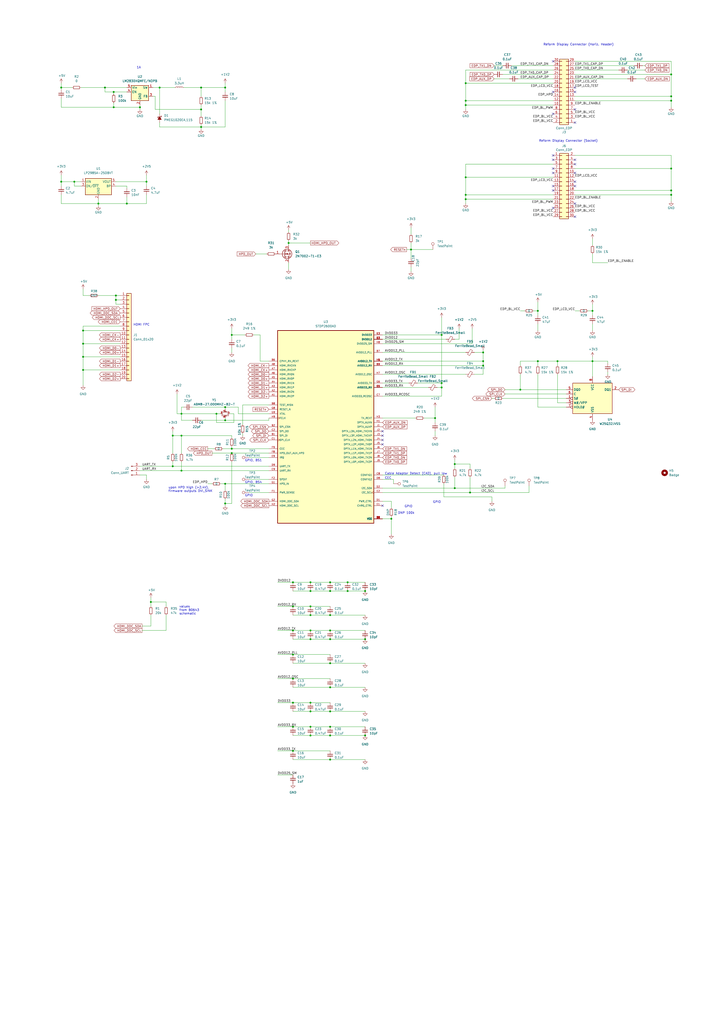
<source format=kicad_sch>
(kicad_sch (version 20211123) (generator eeschema)
  (paper "A2" portrait)
  (title_block (title "MNT Reform HDMI to eDP Converter") (date "2023-02-14") (rev "1.0D-2") (company "MNT Research GmbH") (comment 1 "https://mntre.com") (comment 2 "Engineer: Lukas F. Hartmann") (comment 3 "License: CERN-OHL-S 2.0"))
  (junction (at 191.77 370.84))
  (junction (at 180.34 356.87))
  (junction (at 125.73 240.03))
  (junction (at 105.41 252.73))
  (junction (at 180.34 412.75))
  (junction (at 66.04 53.34))
  (junction (at 170.18 337.82))
  (junction (at 191.77 398.78))
  (junction (at 312.42 180.34))
  (junction (at 201.93 342.9))
  (junction (at 256.54 194.31))
  (junction (at 130.81 292.1))
  (junction (at 180.34 407.67))
  (junction (at 180.34 370.84))
  (junction (at 264.16 269.24))
  (junction (at 170.18 379.73))
  (junction (at 116.84 63.5))
  (junction (at 105.41 273.05))
  (junction (at 191.77 365.76))
  (junction (at 67.31 173.99))
  (junction (at 180.34 351.79))
  (junction (at 191.77 426.72))
  (junction (at 252.73 242.57))
  (junction (at 35.56 105.41))
  (junction (at 57.15 118.11))
  (junction (at 256.54 222.25))
  (junction (at 180.34 342.9))
  (junction (at 170.18 435.61))
  (junction (at 81.28 62.23))
  (junction (at 116.84 50.8))
  (junction (at 191.77 342.9))
  (junction (at 66.04 62.23))
  (junction (at 389.89 113.03))
  (junction (at 280.67 204.47))
  (junction (at 270.51 58.42))
  (junction (at 256.54 224.79))
  (junction (at 270.51 48.26))
  (junction (at 43.18 105.41))
  (junction (at 48.26 191.77))
  (junction (at 180.34 421.64))
  (junction (at 270.51 115.57))
  (junction (at 170.18 393.7))
  (junction (at 191.77 384.81))
  (junction (at 344.17 180.34))
  (junction (at 191.77 356.87))
  (junction (at 130.81 50.8))
  (junction (at 73.66 118.11))
  (junction (at 270.51 60.96))
  (junction (at 167.64 140.97))
  (junction (at 130.81 236.22))
  (junction (at 100.33 252.73))
  (junction (at 134.62 262.89))
  (junction (at 170.18 407.67))
  (junction (at 130.81 243.84))
  (junction (at 116.84 73.66))
  (junction (at 389.89 55.88))
  (junction (at 312.42 209.55))
  (junction (at 227.33 300.99))
  (junction (at 191.77 412.75))
  (junction (at 389.89 58.42))
  (junction (at 323.85 209.55))
  (junction (at 48.26 199.39))
  (junction (at 180.34 337.82))
  (junction (at 130.81 280.67))
  (junction (at 100.33 270.51))
  (junction (at 273.05 285.75))
  (junction (at 35.56 50.8))
  (junction (at 280.67 212.09))
  (junction (at 48.26 207.01))
  (junction (at 105.41 240.03))
  (junction (at 180.34 365.76))
  (junction (at 238.76 144.78))
  (junction (at 264.16 283.21))
  (junction (at 212.09 426.72))
  (junction (at 270.51 113.03))
  (junction (at 270.51 102.87))
  (junction (at 134.62 260.35))
  (junction (at 389.89 43.18))
  (junction (at 280.67 209.55))
  (junction (at 191.77 421.64))
  (junction (at 60.96 50.8))
  (junction (at 170.18 421.64))
  (junction (at 87.63 349.25))
  (junction (at 191.77 440.69))
  (junction (at 212.09 342.9))
  (junction (at 212.09 370.84))
  (junction (at 389.89 97.79))
  (junction (at 92.71 50.8))
  (junction (at 180.34 426.72))
  (junction (at 134.62 194.31))
  (junction (at 302.26 226.06))
  (junction (at 170.18 365.76))
  (junction (at 344.17 209.55))
  (junction (at 85.09 105.41))
  (junction (at 67.31 171.45))
  (junction (at 191.77 337.82))
  (junction (at 48.26 214.63))
  (junction (at 389.89 110.49))
  (junction (at 201.93 337.82))
  (junction (at 170.18 351.79))
  (no_connect (at 321.31 92.71))
  (no_connect (at 321.31 107.95))
  (no_connect (at 321.31 66.04))
  (no_connect (at 222.25 250.19))
  (no_connect (at 222.25 252.73))
  (no_connect (at 334.01 95.25))
  (no_connect (at 334.01 71.12))
  (no_connect (at 334.01 105.41))
  (no_connect (at 321.31 120.65))
  (no_connect (at 321.31 90.17))
  (no_connect (at 321.31 100.33))
  (no_connect (at 334.01 92.71))
  (no_connect (at 222.25 257.81))
  (no_connect (at 321.31 53.34))
  (no_connect (at 321.31 35.56))
  (no_connect (at 334.01 125.73))
  (no_connect (at 321.31 110.49))
  (no_connect (at 222.25 293.37))
  (no_connect (at 334.01 63.5))
  (no_connect (at 321.31 97.79))
  (no_connect (at 334.01 118.11))
  (no_connect (at 334.01 107.95))
  (no_connect (at 334.01 100.33))
  (no_connect (at 222.25 255.27))
  (no_connect (at 334.01 53.34))
  (no_connect (at 334.01 50.8))
  (wire (pts (xy 344.17 152.4) (xy 353.06 152.4)))
  (wire (pts (xy 129.54 260.35) (xy 134.62 260.35)))
  (wire (pts (xy 73.66 114.3) (xy 73.66 118.11)))
  (wire (pts (xy 69.85 207.01) (xy 48.26 207.01)))
  (wire (pts (xy 180.34 365.76) (xy 191.77 365.76)))
  (wire (pts (xy 180.34 412.75) (xy 191.77 412.75)))
  (wire (pts (xy 125.73 245.11) (xy 125.73 240.03)))
  (wire (pts (xy 90.17 63.5) (xy 90.17 55.88)))
  (wire (pts (xy 353.06 209.55) (xy 353.06 210.82)))
  (wire (pts (xy 227.33 309.88) (xy 227.33 300.99)))
  (wire (pts (xy 57.15 171.45) (xy 67.31 171.45)))
  (wire (pts (xy 323.85 209.55) (xy 323.85 212.09)))
  (wire (pts (xy 334.01 90.17) (xy 389.89 90.17)))
  (wire (pts (xy 87.63 363.22) (xy 82.55 363.22)))
  (wire (pts (xy 334.01 180.34) (xy 336.55 180.34)))
  (wire (pts (xy 170.18 384.81) (xy 191.77 384.81)))
  (wire (pts (xy 60.96 50.8) (xy 73.66 50.8)))
  (wire (pts (xy 256.54 229.87) (xy 256.54 224.79)))
  (wire (pts (xy 191.77 337.82) (xy 201.93 337.82)))
  (wire (pts (xy 161.29 421.64) (xy 170.18 421.64)))
  (wire (pts (xy 312.42 217.17) (xy 312.42 236.22)))
  (wire (pts (xy 69.85 189.23) (xy 48.26 189.23)))
  (wire (pts (xy 389.89 97.79) (xy 334.01 97.79)))
  (wire (pts (xy 81.28 270.51) (xy 100.33 270.51)))
  (wire (pts (xy 85.09 278.13) (xy 85.09 275.59)))
  (wire (pts (xy 66.04 62.23) (xy 35.56 62.23)))
  (wire (pts (xy 48.26 171.45) (xy 48.26 167.64)))
  (wire (pts (xy 130.81 243.84) (xy 156.21 243.84)))
  (wire (pts (xy 105.41 252.73) (xy 105.41 262.89)))
  (wire (pts (xy 48.26 207.01) (xy 48.26 214.63)))
  (wire (pts (xy 170.18 356.87) (xy 180.34 356.87)))
  (wire (pts (xy 222.25 209.55) (xy 280.67 209.55)))
  (wire (pts (xy 222.25 217.17) (xy 270.51 217.17)))
  (wire (pts (xy 134.62 254) (xy 134.62 252.73)))
  (wire (pts (xy 293.37 228.6) (xy 328.93 228.6)))
  (wire (pts (xy 344.17 187.96) (xy 344.17 191.77)))
  (wire (pts (xy 389.89 55.88) (xy 389.89 58.42)))
  (wire (pts (xy 180.34 351.79) (xy 191.77 351.79)))
  (wire (pts (xy 90.17 55.88) (xy 88.9 55.88)))
  (wire (pts (xy 270.51 48.26) (xy 270.51 58.42)))
  (wire (pts (xy 100.33 252.73) (xy 100.33 262.89)))
  (wire (pts (xy 66.04 53.34) (xy 73.66 53.34)))
  (wire (pts (xy 140.97 234.95) (xy 156.21 234.95)))
  (wire (pts (xy 270.51 118.11) (xy 270.51 115.57)))
  (wire (pts (xy 87.63 346.71) (xy 87.63 349.25)))
  (wire (pts (xy 144.78 278.13) (xy 156.21 278.13)))
  (wire (pts (xy 222.25 199.39) (xy 274.32 199.39)))
  (wire (pts (xy 344.17 180.34) (xy 344.17 182.88)))
  (wire (pts (xy 35.56 62.23) (xy 35.56 57.15)))
  (wire (pts (xy 48.26 191.77) (xy 48.26 199.39)))
  (wire (pts (xy 66.04 53.34) (xy 66.04 54.61)))
  (wire (pts (xy 341.63 180.34) (xy 344.17 180.34)))
  (wire (pts (xy 328.93 233.68) (xy 323.85 233.68)))
  (wire (pts (xy 252.73 250.19) (xy 252.73 252.73)))
  (wire (pts (xy 238.76 154.94) (xy 238.76 157.48)))
  (wire (pts (xy 67.31 173.99) (xy 67.31 171.45)))
  (wire (pts (xy 180.34 337.82) (xy 191.77 337.82)))
  (wire (pts (xy 105.41 273.05) (xy 156.21 273.05)))
  (wire (pts (xy 180.34 421.64) (xy 191.77 421.64)))
  (wire (pts (xy 222.25 204.47) (xy 270.5296 204.47)))
  (wire (pts (xy 85.09 118.11) (xy 85.09 113.03)))
  (wire (pts (xy 81.28 62.23) (xy 81.28 63.5)))
  (wire (pts (xy 73.66 107.95) (xy 67.31 107.95)))
  (wire (pts (xy 334.01 55.88) (xy 389.89 55.88)))
  (wire (pts (xy 238.76 132.08) (xy 238.76 135.89)))
  (wire (pts (xy 170.18 421.64) (xy 180.34 421.64)))
  (wire (pts (xy 323.85 209.55) (xy 312.42 209.55)))
  (wire (pts (xy 130.81 50.8) (xy 130.81 53.34)))
  (wire (pts (xy 312.42 180.34) (xy 312.42 182.88)))
  (wire (pts (xy 116.84 63.5) (xy 90.17 63.5)))
  (wire (pts (xy 191.77 384.81) (xy 212.09 384.81)))
  (wire (pts (xy 134.62 194.31) (xy 134.62 196.85)))
  (wire (pts (xy 148.59 147.32) (xy 154.94 147.32)))
  (wire (pts (xy 134.62 260.35) (xy 156.21 260.35)))
  (wire (pts (xy 344.17 176.53) (xy 344.17 180.34)))
  (wire (pts (xy 67.31 105.41) (xy 85.09 105.41)))
  (wire (pts (xy 46.99 107.95) (xy 43.18 107.95)))
  (wire (pts (xy 138.43 240.03) (xy 138.43 236.22)))
  (wire (pts (xy 191.77 426.72) (xy 212.09 426.72)))
  (wire (pts (xy 135.89 245.11) (xy 125.73 245.11)))
  (wire (pts (xy 374.65 40.64) (xy 364.49 40.64)))
  (wire (pts (xy 60.96 50.8) (xy 60.96 53.34)))
  (wire (pts (xy 222.25 212.09) (xy 280.67 212.09)))
  (wire (pts (xy 293.37 283.21) (xy 293.37 281.94)))
  (wire (pts (xy 389.89 113.03) (xy 389.89 116.84)))
  (wire (pts (xy 134.62 194.31) (xy 142.24 194.31)))
  (wire (pts (xy 334.01 45.72) (xy 364.49 45.72)))
  (wire (pts (xy 334.01 110.49) (xy 389.89 110.49)))
  (wire (pts (xy 242.57 222.25) (xy 256.54 222.25)))
  (wire (pts (xy 264.16 283.21) (xy 264.16 276.86)))
  (wire (pts (xy 140.97 251.46) (xy 140.97 252.73)))
  (wire (pts (xy 35.56 105.41) (xy 35.56 107.95)))
  (wire (pts (xy 73.66 118.11) (xy 85.09 118.11)))
  (wire (pts (xy 191.77 421.64) (xy 212.09 421.64)))
  (wire (pts (xy 130.81 280.67) (xy 156.21 280.67)))
  (wire (pts (xy 156.21 240.03) (xy 138.43 240.03)))
  (wire (pts (xy 170.18 398.78) (xy 191.77 398.78)))
  (wire (pts (xy 237.49 222.25) (xy 222.25 222.25)))
  (wire (pts (xy 60.96 53.34) (xy 66.04 53.34)))
  (wire (pts (xy 85.09 275.59) (xy 81.28 275.59)))
  (wire (pts (xy 321.31 113.03) (xy 270.51 113.03)))
  (wire (pts (xy 57.15 118.11) (xy 73.66 118.11)))
  (wire (pts (xy 170.18 337.82) (xy 180.34 337.82)))
  (wire (pts (xy 264.16 283.21) (xy 293.37 283.21)))
  (wire (pts (xy 125.73 240.03) (xy 128.27 240.03)))
  (wire (pts (xy 227.33 299.72) (xy 227.33 300.99)))
  (wire (pts (xy 275.59 217.17) (xy 280.67 217.17)))
  (wire (pts (xy 161.29 449.58) (xy 170.18 449.58)))
  (wire (pts (xy 161.29 337.82) (xy 170.18 337.82)))
  (wire (pts (xy 105.41 252.73) (xy 100.33 252.73)))
  (wire (pts (xy 161.29 379.73) (xy 170.18 379.73)))
  (wire (pts (xy 67.31 171.45) (xy 69.85 171.45)))
  (wire (pts (xy 344.17 209.55) (xy 323.85 209.55)))
  (wire (pts (xy 227.33 290.83) (xy 222.25 290.83)))
  (wire (pts (xy 35.56 50.8) (xy 41.91 50.8)))
  (wire (pts (xy 222.25 283.21) (xy 264.16 283.21)))
  (wire (pts (xy 321.31 95.25) (xy 270.51 95.25)))
  (wire (pts (xy 264.16 266.7) (xy 264.16 269.24)))
  (wire (pts (xy 222.25 229.87) (xy 256.54 229.87)))
  (wire (pts (xy 123.19 280.67) (xy 120.65 280.67)))
  (wire (pts (xy 69.85 191.77) (xy 48.26 191.77)))
  (wire (pts (xy 134.62 267.97) (xy 134.62 292.1)))
  (wire (pts (xy 57.15 118.11) (xy 57.15 119.38)))
  (wire (pts (xy 264.16 269.24) (xy 273.05 269.24)))
  (wire (pts (xy 88.9 50.8) (xy 92.71 50.8)))
  (wire (pts (xy 270.51 40.64) (xy 321.31 40.64)))
  (wire (pts (xy 134.62 201.93) (xy 134.62 204.47)))
  (wire (pts (xy 254 224.79) (xy 256.54 224.79)))
  (wire (pts (xy 116.84 73.66) (xy 130.81 73.66)))
  (wire (pts (xy 389.89 55.88) (xy 389.89 43.18)))
  (wire (pts (xy 191.77 412.75) (xy 212.09 412.75)))
  (wire (pts (xy 35.56 113.03) (xy 35.56 118.11)))
  (wire (pts (xy 270.51 58.42) (xy 321.31 58.42)))
  (wire (pts (xy 116.84 73.66) (xy 116.84 74.93)))
  (wire (pts (xy 297.18 38.1) (xy 321.31 38.1)))
  (wire (pts (xy 344.17 152.4) (xy 344.17 147.32)))
  (wire (pts (xy 228.6 280.67) (xy 228.6 278.13)))
  (wire (pts (xy 111.76 236.22) (xy 130.81 236.22)))
  (wire (pts (xy 180.34 426.72) (xy 191.77 426.72)))
  (wire (pts (xy 130.81 280.67) (xy 130.81 284.48)))
  (wire (pts (xy 100.33 270.51) (xy 156.21 270.51)))
  (wire (pts (xy 92.71 73.66) (xy 116.84 73.66)))
  (wire (pts (xy 270.51 40.64) (xy 270.51 48.26)))
  (wire (pts (xy 287.02 38.1) (xy 292.1 38.1)))
  (wire (pts (xy 344.17 209.55) (xy 344.17 218.44)))
  (wire (pts (xy 227.33 294.64) (xy 227.33 290.83)))
  (wire (pts (xy 105.41 236.22) (xy 106.68 236.22)))
  (wire (pts (xy 374.65 38.1) (xy 373.38 38.1)))
  (wire (pts (xy 106.68 50.8) (xy 116.84 50.8)))
  (wire (pts (xy 256.54 224.79) (xy 256.54 222.25)))
  (wire (pts (xy 170.18 370.84) (xy 180.34 370.84)))
  (wire (pts (xy 270.51 102.87) (xy 270.51 113.03)))
  (wire (pts (xy 300.99 45.72) (xy 321.31 45.72)))
  (wire (pts (xy 111.76 243.84) (xy 105.41 243.84)))
  (wire (pts (xy 167.64 140.97) (xy 180.34 140.97)))
  (wire (pts (xy 259.08 196.85) (xy 222.25 196.85)))
  (wire (pts (xy 307.34 285.75) (xy 307.34 281.94)))
  (wire (pts (xy 273.05 269.24) (xy 273.05 271.78)))
  (wire (pts (xy 252.73 242.57) (xy 246.38 242.57)))
  (wire (pts (xy 270.51 95.25) (xy 270.51 102.87)))
  (wire (pts (xy 156.21 209.55) (xy 151.13 209.55)))
  (wire (pts (xy 161.29 393.7) (xy 170.18 393.7)))
  (wire (pts (xy 312.42 209.55) (xy 312.42 212.09)))
  (wire (pts (xy 130.81 236.22) (xy 130.81 237.49)))
  (wire (pts (xy 273.05 285.75) (xy 307.34 285.75)))
  (wire (pts (xy 170.18 365.76) (xy 180.34 365.76)))
  (wire (pts (xy 35.56 48.26) (xy 35.56 50.8)))
  (wire (pts (xy 134.62 259.08) (xy 134.62 260.35)))
  (wire (pts (xy 389.89 58.42) (xy 389.89 62.23)))
  (wire (pts (xy 116.84 50.8) (xy 130.81 50.8)))
  (wire (pts (xy 180.34 370.84) (xy 191.77 370.84)))
  (wire (pts (xy 344.17 209.55) (xy 353.06 209.55)))
  (wire (pts (xy 120.65 260.35) (xy 124.46 260.35)))
  (wire (pts (xy 222.25 242.57) (xy 241.3 242.57)))
  (wire (pts (xy 144.78 285.75) (xy 156.21 285.75)))
  (wire (pts (xy 292.1 231.14) (xy 328.93 231.14)))
  (wire (pts (xy 57.15 115.57) (xy 57.15 118.11)))
  (wire (pts (xy 128.27 280.67) (xy 130.81 280.67)))
  (wire (pts (xy 116.84 60.96) (xy 116.84 63.5)))
  (wire (pts (xy 389.89 43.18) (xy 334.01 43.18)))
  (wire (pts (xy 161.29 365.76) (xy 170.18 365.76)))
  (wire (pts (xy 302.26 180.34) (xy 304.8 180.34)))
  (wire (pts (xy 201.93 337.82) (xy 212.09 337.82)))
  (wire (pts (xy 170.18 393.7) (xy 191.77 393.7)))
  (wire (pts (xy 125.73 240.03) (xy 105.41 240.03)))
  (wire (pts (xy 389.89 110.49) (xy 389.89 113.03)))
  (wire (pts (xy 353.06 215.9) (xy 353.06 217.17)))
  (wire (pts (xy 270.51 63.5) (xy 270.51 60.96)))
  (wire (pts (xy 321.31 102.87) (xy 270.51 102.87)))
  (wire (pts (xy 180.34 356.87) (xy 191.77 356.87)))
  (wire (pts (xy 170.18 412.75) (xy 180.34 412.75)))
  (wire (pts (xy 256.54 194.31) (xy 256.54 222.25)))
  (wire (pts (xy 48.26 199.39) (xy 48.26 207.01)))
  (wire (pts (xy 238.76 144.78) (xy 236.22 144.78)))
  (wire (pts (xy 280.67 212.09) (xy 280.67 209.55)))
  (wire (pts (xy 275.6096 204.47) (xy 280.67 204.47)))
  (wire (pts (xy 222.25 275.59) (xy 257.81 275.59)))
  (wire (pts (xy 130.81 289.56) (xy 130.81 292.1)))
  (wire (pts (xy 161.29 351.79) (xy 170.18 351.79)))
  (wire (pts (xy 344.17 207.01) (xy 344.17 209.55)))
  (wire (pts (xy 100.33 250.19) (xy 100.33 252.73)))
  (wire (pts (xy 69.85 173.99) (xy 67.31 173.99)))
  (wire (pts (xy 201.93 342.9) (xy 212.09 342.9)))
  (wire (pts (xy 191.77 398.78) (xy 212.09 398.78)))
  (wire (pts (xy 134.62 292.1) (xy 130.81 292.1)))
  (wire (pts (xy 309.88 180.34) (xy 312.42 180.34)))
  (wire (pts (xy 191.77 370.84) (xy 212.09 370.84)))
  (wire (pts (xy 273.05 285.75) (xy 273.05 276.86)))
  (wire (pts (xy 167.64 142.24) (xy 167.64 140.97)))
  (wire (pts (xy 292.1 43.18) (xy 321.31 43.18)))
  (wire (pts (xy 256.54 194.31) (xy 222.25 194.31)))
  (wire (pts (xy 389.89 35.56) (xy 389.89 43.18)))
  (wire (pts (xy 81.28 60.96) (xy 81.28 62.23)))
  (wire (pts (xy 35.56 118.11) (xy 57.15 118.11)))
  (wire (pts (xy 252.73 236.22) (xy 252.73 242.57)))
  (wire (pts (xy 334.01 35.56) (xy 389.89 35.56)))
  (wire (pts (xy 280.67 204.47) (xy 280.67 203.2)))
  (wire (pts (xy 35.56 50.8) (xy 35.56 52.07)))
  (wire (pts (xy 130.81 242.57) (xy 130.81 243.84)))
  (wire (pts (xy 48.26 223.52) (xy 48.26 214.63)))
  (wire (pts (xy 116.84 63.5) (xy 116.84 67.31)))
  (wire (pts (xy 73.66 109.22) (xy 73.66 107.95)))
  (wire (pts (xy 96.52 365.76) (xy 96.52 356.87)))
  (wire (pts (xy 133.35 240.03) (xy 135.89 240.03)))
  (wire (pts (xy 270.51 58.42) (xy 270.51 60.96)))
  (wire (pts (xy 191.77 342.9) (xy 201.93 342.9)))
  (wire (pts (xy 102.87 240.03) (xy 105.41 240.03)))
  (wire (pts (xy 52.07 171.45) (xy 48.26 171.45)))
  (wire (pts (xy 270.51 115.57) (xy 321.31 115.57)))
  (wire (pts (xy 105.41 267.97) (xy 105.41 273.05)))
  (wire (pts (xy 144.78 265.43) (xy 156.21 265.43)))
  (wire (pts (xy 302.26 209.55) (xy 302.26 212.09)))
  (wire (pts (xy 293.37 226.06) (xy 302.26 226.06)))
  (wire (pts (xy 161.29 407.67) (xy 170.18 407.67)))
  (wire (pts (xy 43.18 105.41) (xy 46.99 105.41)))
  (wire (pts (xy 35.56 101.6) (xy 35.56 105.41)))
  (wire (pts (xy 81.28 273.05) (xy 105.41 273.05)))
  (wire (pts (xy 334.01 58.42) (xy 389.89 58.42)))
  (wire (pts (xy 170.18 440.69) (xy 191.77 440.69)))
  (wire (pts (xy 105.41 243.84) (xy 105.41 240.03)))
  (wire (pts (xy 116.84 50.8) (xy 116.84 55.88)))
  (wire (pts (xy 92.71 71.12) (xy 92.71 73.66)))
  (wire (pts (xy 222.25 224.79) (xy 248.92 224.79)))
  (wire (pts (xy 43.18 107.95) (xy 43.18 105.41)))
  (wire (pts (xy 167.64 133.35) (xy 167.64 134.62)))
  (wire (pts (xy 252.73 242.57) (xy 252.73 245.11)))
  (wire (pts (xy 287.02 45.72) (xy 295.91 45.72)))
  (wire (pts (xy 92.71 50.8) (xy 92.71 66.04)))
  (wire (pts (xy 167.64 139.7) (xy 167.64 140.97)))
  (wire (pts (xy 238.76 144.78) (xy 251.46 144.78)))
  (wire (pts (xy 264.16 269.24) (xy 264.16 271.78)))
  (wire (pts (xy 105.41 240.03) (xy 105.41 236.22)))
  (wire (pts (xy 116.84 243.84) (xy 130.81 243.84)))
  (wire (pts (xy 130.81 58.42) (xy 130.81 73.66)))
  (wire (pts (xy 161.29 435.61) (xy 170.18 435.61)))
  (wire (pts (xy 257.81 280.67) (xy 257.81 288.29)))
  (wire (pts (xy 191.77 365.76) (xy 212.09 365.76)))
  (wire (pts (xy 130.81 48.26) (xy 130.81 50.8)))
  (wire (pts (xy 123.19 262.89) (xy 134.62 262.89)))
  (wire (pts (xy 368.3 38.1) (xy 334.01 38.1)))
  (wire (pts (xy 116.84 72.39) (xy 116.84 73.66)))
  (wire (pts (xy 359.41 40.64) (xy 334.01 40.64)))
  (wire (pts (xy 285.75 290.83) (xy 285.75 288.29)))
  (wire (pts (xy 151.13 194.31) (xy 147.32 194.31)))
  (wire (pts (xy 130.81 292.1) (xy 130.81 293.37)))
  (wire (pts (xy 302.26 226.06) (xy 328.93 226.06)))
  (wire (pts (xy 270.51 60.96) (xy 321.31 60.96)))
  (wire (pts (xy 66.04 59.69) (xy 66.04 62.23)))
  (wire (pts (xy 180.34 342.9) (xy 191.77 342.9)))
  (wire (pts (xy 135.89 240.03) (xy 135.89 245.11)))
  (wire (pts (xy 87.63 356.87) (xy 87.63 363.22)))
  (wire (pts (xy 170.18 351.79) (xy 180.34 351.79)))
  (wire (pts (xy 238.76 140.97) (xy 238.76 144.78)))
  (wire (pts (xy 87.63 349.25) (xy 96.52 349.25)))
  (wire (pts (xy 180.34 407.67) (xy 191.77 407.67)))
  (wire (pts (xy 134.62 262.89) (xy 156.21 262.89)))
  (wire (pts (xy 312.42 187.96) (xy 312.42 191.77)))
  (wire (pts (xy 82.55 365.76) (xy 96.52 365.76)))
  (wire (pts (xy 102.87 228.6) (xy 102.87 240.03)))
  (wire (pts (xy 85.09 105.41) (xy 85.09 101.6)))
  (wire (pts (xy 270.51 113.03) (xy 270.51 115.57)))
  (wire (pts (xy 170.18 426.72) (xy 180.34 426.72)))
  (wire (pts (xy 191.77 440.69) (xy 212.09 440.69)))
  (wire (pts (xy 96.52 349.25) (xy 96.52 351.79)))
  (wire (pts (xy 46.99 50.8) (xy 60.96 50.8)))
  (wire (pts (xy 312.42 209.55) (xy 302.26 209.55)))
  (wire (pts (xy 170.18 407.67) (xy 180.34 407.67)))
  (wire (pts (xy 48.26 214.63) (xy 69.85 214.63)))
  (wire (pts (xy 140.97 246.38) (xy 140.97 234.95)))
  (wire (pts (xy 35.56 105.41) (xy 43.18 105.41)))
  (wire (pts (xy 222.25 285.75) (xy 273.05 285.75)))
  (wire (pts (xy 389.89 90.17) (xy 389.89 97.79)))
  (wire (pts (xy 92.71 50.8) (xy 101.6 50.8)))
  (wire (pts (xy 285.75 231.14) (xy 287.02 231.14)))
  (wire (pts (xy 151.13 209.55) (xy 151.13 194.31)))
  (wire (pts (xy 48.26 189.23) (xy 48.26 191.77)))
  (wire (pts (xy 374.65 45.72) (xy 369.57 45.72)))
  (wire (pts (xy 256.54 184.15) (xy 256.54 194.31)))
  (wire (pts (xy 312.42 180.34) (xy 312.42 175.26)))
  (wire (pts (xy 100.33 267.97) (xy 100.33 270.51)))
  (wire (pts (xy 67.31 176.53) (xy 67.31 173.99)))
  (wire (pts (xy 280.67 217.17) (xy 280.67 212.09)))
  (wire (pts (xy 389.89 113.03) (xy 334.01 113.03)))
  (wire (pts (xy 270.51 48.26) (xy 321.31 48.26)))
  (wire (pts (xy 280.67 209.55) (xy 280.67 204.47)))
  (wire (pts (xy 274.32 199.39) (xy 274.32 190.5)))
  (wire (pts (xy 134.62 252.73) (xy 105.41 252.73)))
  (wire (pts (xy 266.7 196.85) (xy 264.16 196.85)))
  (wire (pts (xy 170.18 379.73) (xy 191.77 379.73)))
  (wire (pts (xy 170.18 435.61) (xy 191.77 435.61)))
  (wire (pts (xy 138.43 236.22) (xy 130.81 236.22)))
  (wire (pts (xy 227.33 300.99) (xy 222.25 300.99)))
  (wire (pts (xy 302.26 217.17) (xy 302.26 226.06)))
  (wire (pts (xy 81.28 62.23) (xy 66.04 62.23)))
  (wire (pts (xy 228.6 278.13) (xy 222.25 278.13)))
  (wire (pts (xy 238.76 149.86) (xy 238.76 144.78)))
  (wire (pts (xy 69.85 199.39) (xy 48.26 199.39)))
  (wire (pts (xy 85.09 105.41) (xy 85.09 107.95)))
  (wire (pts (xy 170.18 342.9) (xy 180.34 342.9)))
  (wire (pts (xy 134.62 190.5) (xy 134.62 194.31)))
  (wire (pts (xy 69.85 176.53) (xy 67.31 176.53)))
  (wire (pts (xy 312.42 236.22) (xy 328.93 236.22)))
  (wire (pts (xy 323.85 233.68) (xy 323.85 217.17)))
  (wire (pts (xy 257.81 288.29) (xy 285.75 288.29)))
  (wire (pts (xy 167.64 152.4) (xy 167.64 156.21)))
  (wire (pts (xy 266.7 190.5) (xy 266.7 196.85)))
  (wire (pts (xy 389.89 110.49) (xy 389.89 97.79)))
  (wire (pts (xy 87.63 349.25) (xy 87.63 351.79)))
  (wire (pts (xy 156.21 243.84) (xy 156.21 242.57)))
  (wire (pts (xy 344.17 138.43) (xy 344.17 142.24)))
  (wire (pts (xy 191.77 356.87) (xy 212.09 356.87)))
  (text "GPIO, BS4" (at 142.24 280.67 0) (effects (font (size 1.27 1.27)) (justify left bottom)))
  (text "GPIO" (at 142.24 288.29 0) (effects (font (size 1.27 1.27)) (justify left bottom)))
  (text "1A" (at 79.375 40.005 0) (effects (font (size 1.27 1.27)) (justify left bottom)))
  (text "DNP 100k" (at 231.14 298.45 0) (effects (font (size 1.27 1.27)) (justify left bottom)))
  (text "Reform Display Connector (Horiz. Header)" (at 315.595 26.67 0) (effects (font (size 1.27 1.27)) (justify left bottom)))
  (text "GPIO, BS1" (at 142.24 267.97 0) (effects (font (size 1.27 1.27)) (justify left bottom)))
  (text "Cable Adaptor Detect (CAD), pull low" (at 223.52 275.59 0) (effects (font (size 1.27 1.27)) (justify left bottom)))
  (text "values\nfrom B0643\nschematic" (at 104.14 356.87 0) (effects (font (size 1.27 1.27)) (justify left bottom)))
  (text "CEC" (at 223.52 278.13 0) (effects (font (size 1.27 1.27)) (justify left bottom)))
  (text "GPIO" (at 251.46 292.1 0) (effects (font (size 1.27 1.27)) (justify left bottom)))
  (text "upon HPD high (>2.4V),\nfirmware outputs DVI_SINK" (at 97.79 285.75 0) (effects (font (size 1.27 1.27)) (justify left bottom)))
  (text "HDMI FPC" (at 77.47 189.23 0) (effects (font (size 1.27 1.27)) (justify left bottom)))
  (text "Reform Display Connector (Socket)" (at 313.055 82.55 0) (effects (font (size 1.27 1.27)) (justify left bottom)))
  (text "GPIO" (at 234.95 294.64 0) (effects (font (size 1.27 1.27)) (justify left bottom)))
  (label "EDP_BL_VCC" (at 302.26 180.34 180))
  (label "EDP_BL_VCC" (at 334.01 123.19 0))
  (label "AVDD12_OSC" (at 223.52 217.17 0))
  (label "EDP_BL_VCC" (at 321.31 123.19 180))
  (label "EDP_BL_PWM" (at 321.31 63.5 180))
  (label "AVDD12_RX" (at 161.29 351.79 0))
  (label "UART_RX" (at 82.55 273.05 0))
  (label "AVDD12_TX" (at 161.29 365.76 0))
  (label "EDP_BL_VCC" (at 321.31 71.12 180))
  (label "AVDD12_TX" (at 223.52 209.55 0))
  (label "EDP_BL_PWM" (at 321.31 118.11 180))
  (label "AVDD33_RX" (at 161.29 421.64 0))
  (label "EDP_BL_VCC" (at 321.31 125.73 180))
  (label "EDP_TX0_CAP_DN" (at 334.01 40.64 0))
  (label "EDP_TX1_CAP_DP" (at 334.01 38.1 0))
  (label "EDP_BL_VCC" (at 321.31 68.58 180))
  (label "DVDD12" (at 223.52 196.85 0))
  (label "EDP_HPD" (at 120.65 280.67 180))
  (label "DVDD12" (at 161.29 337.82 0))
  (label "AVDD12_OSC" (at 161.29 393.7 0))
  (label "EDP_BL_ENABLE" (at 334.01 115.57 0))
  (label "UART_TX" (at 82.55 270.51 0))
  (label "DVDD33" (at 223.52 194.31 0))
  (label "EDP_TX0_CAP_DP" (at 302.26 43.18 0))
  (label "EDP_BL_ENABLE" (at 334.01 60.96 0))
  (label "AVDD33_RCOSC" (at 223.52 229.87 0))
  (label "EDP_BL_VCC" (at 334.01 66.04 0))
  (label "EDP_BL_VCC" (at 334.01 120.65 0))
  (label "EDP_LCD_VCC" (at 334.01 102.87 0))
  (label "AVDD12_RX" (at 223.52 212.09 0))
  (label "AVDD33_TX" (at 161.29 435.61 0))
  (label "DVDD25_SM" (at 223.52 199.39 0))
  (label "EDP_AUX_CAP_DP" (at 302.26 45.72 0))
  (label "DVDD33" (at 161.29 407.67 0))
  (label "EDP_TX1_CAP_DN" (at 302.26 38.1 0))
  (label "EDP_LCD_VCC" (at 334.01 48.26 0))
  (label "I2C_SDA" (at 279.4 283.21 0))
  (label "AVDD33_TX" (at 223.52 222.25 0))
  (label "EDP_BL_ENABLE" (at 353.06 152.4 0))
  (label "AVDD12_PLL" (at 161.29 379.73 0))
  (label "EDP_LCD_TEST" (at 334.01 50.8 0))
  (label "EDP_AUX_CAP_DN" (at 334.01 45.72 0))
  (label "EDP_HPD" (at 321.31 55.88 180))
  (label "EDP_BL_VCC" (at 334.01 68.58 0))
  (label "EDP_LCD_VCC" (at 334.01 180.34 180))
  (label "DVDD25_SM" (at 161.29 449.58 0))
  (label "EDP_LCD_VCC" (at 321.31 105.41 180))
  (label "I2C_SCL" (at 279.4 285.75 0))
  (label "AVDD12_PLL" (at 223.52 204.47 0))
  (label "EDP_LCD_VCC" (at 321.31 50.8 180))
  (label "AVDD33_RX" (at 223.52 224.79 0))
  (global_label "EDP_TX0_DP" (shape input) (at 287.02 43.18 180) (property "Intersheet References" "${INTERSHEET_REFS}" (effects hide)))
  (global_label "SPI_DO" (shape bidirectional) (at 156.21 250.19 180) (property "Intersheet References" "${INTERSHEET_REFS}" (effects hide)))
  (global_label "EDP_TX1_DP" (shape input) (at 222.25 262.89 0) (property "Intersheet References" "${INTERSHEET_REFS}" (effects hide)))
  (global_label "SPI_CLK" (shape bidirectional) (at 293.37 228.6 180) (property "Intersheet References" "${INTERSHEET_REFS}" (effects hide)))
  (global_label "HDMI_HPD_OUT" (shape input) (at 69.85 179.07 180) (property "Intersheet References" "${INTERSHEET_REFS}" (effects hide)))
  (global_label "HDMI_DDC_SDA" (shape output) (at 82.55 363.22 180) (property "Intersheet References" "${INTERSHEET_REFS}" (effects hide)))
  (global_label "HPD_OUT" (shape input) (at 148.59 147.32 180) (property "Intersheet References" "${INTERSHEET_REFS}" (effects hide)))
  (global_label "EDP_TX1_DN" (shape input) (at 287.02 38.1 180) (property "Intersheet References" "${INTERSHEET_REFS}" (effects hide)))
  (global_label "HDMI_D2+" (shape output) (at 69.85 219.71 180) (property "Intersheet References" "${INTERSHEET_REFS}" (effects hide)))
  (global_label "EDP_AUX_DN" (shape input) (at 222.25 245.11 0) (property "Intersheet References" "${INTERSHEET_REFS}" (effects hide)))
  (global_label "HDMI_D1-" (shape output) (at 69.85 209.55 180) (property "Intersheet References" "${INTERSHEET_REFS}" (effects hide)))
  (global_label "SPI_CSN" (shape bidirectional) (at 156.21 247.65 180) (property "Intersheet References" "${INTERSHEET_REFS}" (effects hide)))
  (global_label "HDMI_D1+" (shape output) (at 69.85 212.09 180) (property "Intersheet References" "${INTERSHEET_REFS}" (effects hide)))
  (global_label "HDMI_DDC_SCL" (shape output) (at 156.21 293.37 180) (property "Intersheet References" "${INTERSHEET_REFS}" (effects hide)))
  (global_label "SPI_CLK" (shape bidirectional) (at 156.21 255.27 180) (property "Intersheet References" "${INTERSHEET_REFS}" (effects hide)))
  (global_label "HDMI_DDC_SCL" (shape output) (at 69.85 184.15 180) (property "Intersheet References" "${INTERSHEET_REFS}" (effects hide)))
  (global_label "EDP_AUX_DP" (shape input) (at 287.02 45.72 180) (property "Intersheet References" "${INTERSHEET_REFS}" (effects hide)))
  (global_label "HDMI_CEC" (shape output) (at 120.65 260.35 180) (property "Intersheet References" "${INTERSHEET_REFS}" (effects hide)))
  (global_label "EDP_TX0_DN" (shape input) (at 374.65 40.64 0) (property "Intersheet References" "${INTERSHEET_REFS}" (effects hide)))
  (global_label "EDP_TX1_DP" (shape input) (at 374.65 38.1 0) (property "Intersheet References" "${INTERSHEET_REFS}" (effects hide)))
  (global_label "SPI_DI" (shape bidirectional) (at 359.41 226.06 0) (property "Intersheet References" "${INTERSHEET_REFS}" (effects hide)))
  (global_label "SPI_DI" (shape bidirectional) (at 156.21 252.73 180) (property "Intersheet References" "${INTERSHEET_REFS}" (effects hide)))
  (global_label "HDMI_D1+" (shape output) (at 156.21 224.79 180) (property "Intersheet References" "${INTERSHEET_REFS}" (effects hide)))
  (global_label "HDMI_D0+" (shape output) (at 69.85 204.47 180) (property "Intersheet References" "${INTERSHEET_REFS}" (effects hide)))
  (global_label "HDMI_CK+" (shape output) (at 156.21 214.63 180) (property "Intersheet References" "${INTERSHEET_REFS}" (effects hide)))
  (global_label "HDMI_D2+" (shape output) (at 156.21 229.87 180) (property "Intersheet References" "${INTERSHEET_REFS}" (effects hide)))
  (global_label "HDMI_D2-" (shape output) (at 156.21 227.33 180) (property "Intersheet References" "${INTERSHEET_REFS}" (effects hide)))
  (global_label "HDMI_D0-" (shape output) (at 156.21 217.17 180) (property "Intersheet References" "${INTERSHEET_REFS}" (effects hide)))
  (global_label "HDMI_DDC_SDA" (shape bidirectional) (at 69.85 181.61 180) (property "Intersheet References" "${INTERSHEET_REFS}" (effects hide)))
  (global_label "EDP_TX0_DN" (shape input) (at 222.25 265.43 0) (property "Intersheet References" "${INTERSHEET_REFS}" (effects hide)))
  (global_label "HDMI_D2-" (shape output) (at 69.85 217.17 180) (property "Intersheet References" "${INTERSHEET_REFS}" (effects hide)))
  (global_label "EDP_AUX_DN" (shape input) (at 374.65 45.72 0) (property "Intersheet References" "${INTERSHEET_REFS}" (effects hide)))
  (global_label "HDMI_DDC_SCL" (shape output) (at 82.55 365.76 180) (property "Intersheet References" "${INTERSHEET_REFS}" (effects hide)))
  (global_label "RESETn" (shape input) (at 156.21 237.49 180) (property "Intersheet References" "${INTERSHEET_REFS}" (effects hide)))
  (global_label "HDMI_CK+" (shape output) (at 69.85 196.85 180) (property "Intersheet References" "${INTERSHEET_REFS}" (effects hide)))
  (global_label "EDP_TX0_DP" (shape input) (at 222.25 267.97 0) (property "Intersheet References" "${INTERSHEET_REFS}" (effects hide)))
  (global_label "HPD_OUT" (shape output) (at 123.19 262.89 180) (property "Intersheet References" "${INTERSHEET_REFS}" (effects hide)))
  (global_label "HDMI_DDC_SDA" (shape output) (at 156.21 290.83 180) (property "Intersheet References" "${INTERSHEET_REFS}" (effects hide)))
  (global_label "HDMI_CK-" (shape output) (at 156.21 212.09 180) (property "Intersheet References" "${INTERSHEET_REFS}" (effects hide)))
  (global_label "EDP_TX1_DN" (shape input) (at 222.25 260.35 0) (property "Intersheet References" "${INTERSHEET_REFS}" (effects hide)))
  (global_label "SPI_DO" (shape bidirectional) (at 293.37 226.06 180) (property "Intersheet References" "${INTERSHEET_REFS}" (effects hide)))
  (global_label "HDMI_CEC" (shape bidirectional) (at 69.85 186.69 180) (property "Intersheet References" "${INTERSHEET_REFS}" (effects hide)))
  (global_label "EDP_AUX_DP" (shape input) (at 222.25 247.65 0) (property "Intersheet References" "${INTERSHEET_REFS}" (effects hide)))
  (global_label "HDMI_D0+" (shape output) (at 156.21 219.71 180) (property "Intersheet References" "${INTERSHEET_REFS}" (effects hide)))
  (global_label "HDMI_HPD_OUT" (shape output) (at 180.34 140.97 0) (property "Intersheet References" "${INTERSHEET_REFS}" (effects hide)))
  (global_label "HDMI_CK-" (shape output) (at 69.85 194.31 180) (property "Intersheet References" "${INTERSHEET_REFS}" (effects hide)))
  (global_label "HDMI_D1-" (shape output) (at 156.21 222.25 180) (property "Intersheet References" "${INTERSHEET_REFS}" (effects hide)))
  (global_label "SPI_CSN" (shape bidirectional) (at 285.75 231.14 180) (property "Intersheet References" "${INTERSHEET_REFS}" (effects hide)))
  (global_label "HDMI_D0-" (shape output) (at 69.85 201.93 180) (property "Intersheet References" "${INTERSHEET_REFS}" (effects hide)))
  (global_label "RESETn" (shape output) (at 236.22 144.78 180) (property "Intersheet References" "${INTERSHEET_REFS}" (effects hide)))
  (symbol (lib_id "power:+3V3") (at 264.16 266.7 0) (unit 1)
    (property "Reference" "#PWR034" (effects hide))
    (property "Value" "+3V3" (at 264.16 261.62 0))
  )
  (symbol (lib_id "power:+2V5") (at 85.09 101.6 0) (unit 1)
    (property "Reference" "#PWR011" (effects hide))
    (property "Value" "+2V5" (at 85.09 96.52 0))
  )
  (symbol (lib_id "Device:R_Small") (at 227.33 297.18 180) (unit 1)
    (property "Reference" "R18" (at 229.87 297.18 90))
    (property "Value" "DNP" (at 225.425 297.18 90))
    (property "Footprint" "Resistor_SMD:R_0603_1608Metric" (effects hide))
    (property "Manufacturer" "DNP" (effects hide))
    (property "Manufacturer_No" "DNP" (effects hide))
  )
  (symbol (lib_id "Device:C_Small") (at 180.34 368.3 0) (unit 1)
    (property "Reference" "C21" (at 182.88 367.0362 0) (effects (justify left)))
    (property "Value" "0.47uF" (at 182.88 369.5762 0) (effects (justify left)))
    (property "Footprint" "Capacitor_SMD:C_0402_1005Metric" (effects hide))
    (property "Manufacturer" "KEMET" (effects hide))
    (property "Manufacturer_No" "C0402C474K8RACTU" (effects hide))
  )
  (symbol (lib_id "Device:FerriteBead_Small") (at 261.62 196.85 90) (unit 1)
    (property "Reference" "FB3" (at 261.5819 190.5 90))
    (property "Value" "FerriteBead_Small" (at 261.5819 193.04 90))
    (property "Footprint" "Resistor_SMD:R_0603_1608Metric" (effects hide))
    (property "Manufacturer" "Laird" (effects hide))
    (property "Manufacturer_No" "LI0603G221R-10" (effects hide))
  )
  (symbol (lib_id "Connector_Generic:Conn_02x15_Odd_Even") (at 326.39 107.95 0) (unit 1)
    (property "Reference" "J6" (at 327.66 84.6582 0))
    (property "Value" "Conn_EDP" (at 327.66 86.9696 0))
    (property "Footprint" "Connector_PinSocket_2.00mm:PinSocket_2x15_P2.00mm_Vertical" (effects hide))
    (property "Manufacturer" "Molex" (effects hide))
    (property "Manufacturer_No" "79107-7014" (effects hide))
    (property "Checked" "y" (effects hide))
  )
  (symbol (lib_id "Device:R_Small") (at 116.84 58.42 0) (unit 1)
    (property "Reference" "R13" (at 118.745 57.1499 0) (effects (justify left)))
    (property "Value" "15k 1%" (at 118.745 59.6899 0) (effects (justify left)))
    (property "Footprint" "Resistor_SMD:R_0603_1608Metric" (effects hide))
    (property "Manufacturer" "Vishay Dale" (effects hide))
    (property "Manufacturer_No" "RCC060315K0FKEA" (effects hide))
  )
  (symbol (lib_id "power:+3V3") (at 35.56 101.6 0) (unit 1)
    (property "Reference" "#PWR03" (effects hide))
    (property "Value" "+3V3" (at 35.56 96.52 0))
  )
  (symbol (lib_id "Device:Crystal_GND24_Small") (at 130.81 240.03 270) (unit 1)
    (property "Reference" "Y1" (at 124.46 232.0288 90))
    (property "Value" "ABM8-27.000MHZ-B2-T" (at 124.46 234.5688 90))
    (property "Footprint" "Crystal:Crystal_SMD_3225-4Pin_3.2x2.5mm" (effects hide))
    (property "Manufacturer_No" "ABM8-27.000MHZ-B2-T" (effects hide))
    (property "Manufacturer" "Abracon" (effects hide))
  )
  (symbol (lib_id "power:+2V5") (at 274.32 190.5 0) (unit 1)
    (property "Reference" "#PWR036" (effects hide))
    (property "Value" "+2V5" (at 274.32 185.42 0))
  )
  (symbol (lib_id "Device:FerriteBead_Small") (at 273.0696 204.47 90) (unit 1)
    (property "Reference" "FB5" (at 273.0315 198.12 90))
    (property "Value" "FerriteBead_Small" (at 273.0315 200.66 90))
    (property "Footprint" "Resistor_SMD:R_0603_1608Metric" (effects hide))
    (property "Manufacturer" "Laird" (effects hide))
    (property "Manufacturer_No" "LI0603G221R-10" (effects hide))
  )
  (symbol (lib_id "Device:R_Small") (at 130.81 287.02 0) (unit 1)
    (property "Reference" "R10" (at 128.27 287.02 90))
    (property "Value" "100k" (at 132.715 287.02 90))
    (property "Footprint" "Resistor_SMD:R_0603_1608Metric" (effects hide))
    (property "Manufacturer" "Yageo" (effects hide))
    (property "Manufacturer_No" "RC0402FR-07100KL" (effects hide))
  )
  (symbol (lib_id "pocket-reform:LM2830XQMFE") (at 81.28 53.34 0) (unit 1)
    (property "Reference" "U2" (at 81.28 44.45 0))
    (property "Value" "LM2830XQMFE/NOPB" (at 81.28 46.99 0))
    (property "Footprint" "Package_TO_SOT_SMD:SOT-23-5" (effects hide))
    (property "Datasheet" "https://www.ti.com/lit/ds/symlink/lm2830.pdf" (effects hide))
    (property "Manufacturer" "Texas Instruments" (effects hide))
    (property "Manufacturer_No" "LM2830XQMFE/NOPB" (effects hide))
  )
  (symbol (lib_id "power:GND") (at 57.15 119.38 0) (unit 1)
    (property "Reference" "#PWR06" (effects hide))
    (property "Value" "GND" (at 57.15 123.19 0))
  )
  (symbol (lib_id "Device:R_Small") (at 323.85 214.63 0) (unit 1)
    (property "Reference" "R28" (at 325.755 213.3599 0) (effects (justify left)))
    (property "Value" "15k 1%" (at 325.755 215.8999 0) (effects (justify left)))
    (property "Footprint" "Resistor_SMD:R_0603_1608Metric" (effects hide))
    (property "Manufacturer" "Vishay Dale" (effects hide))
    (property "Manufacturer_No" "RCC060315K0FKEA" (effects hide))
  )
  (symbol (lib_id "power:GND") (at 227.33 309.88 0) (unit 1)
    (property "Reference" "#PWR030" (effects hide))
    (property "Value" "GND" (at 227.33 314.96 0))
  )
  (symbol (lib_id "power:GND") (at 134.62 204.47 0) (unit 1)
    (property "Reference" "#PWR014" (effects hide))
    (property "Value" "GND" (at 134.62 209.55 0))
  )
  (symbol (lib_id "power:GND") (at 170.18 454.66 0) (unit 1)
    (property "Reference" "#PWR018" (effects hide))
    (property "Value" "GND" (at 170.18 459.74 0))
  )
  (symbol (lib_id "Device:C_Small") (at 114.3 243.84 90) (unit 1)
    (property "Reference" "C6" (at 116.8463 245.11 90))
    (property "Value" "22pF" (at 114.3063 247.65 90))
    (property "Footprint" "Capacitor_SMD:C_0402_1005Metric" (effects hide))
    (property "Manufacturer" "Yageo" (effects hide))
    (property "Manufacturer_No" "CC0402JRNPO9BN220" (effects hide))
  )
  (symbol (lib_id "power:GND") (at 353.06 217.17 0) (unit 1)
    (property "Reference" "#PWR049" (effects hide))
    (property "Value" "~" (at 353.187 221.5642 0))
  )
  (symbol (lib_id "Device:R_Small") (at 105.41 265.43 0) (unit 1)
    (property "Reference" "R36" (at 107.95 264.1599 0) (effects (justify left)))
    (property "Value" "4.7k" (at 107.95 266.6999 0) (effects (justify left)))
    (property "Footprint" "Resistor_SMD:R_0603_1608Metric" (effects hide))
    (property "Manufacturer" "Vishay Dale" (effects hide))
    (property "Manufacturer_No" "CRCW06034K70FKEAC" (effects hide))
  )
  (symbol (lib_id "Device:C_Small") (at 180.34 340.36 0) (unit 1)
    (property "Reference" "C19" (at 182.88 339.0962 0) (effects (justify left)))
    (property "Value" "0.47uF" (at 182.88 341.6362 0) (effects (justify left)))
    (property "Footprint" "Capacitor_SMD:C_0402_1005Metric" (effects hide))
    (property "Manufacturer" "KEMET" (effects hide))
    (property "Manufacturer_No" "C0402C474K8RACTU" (effects hide))
  )
  (symbol (lib_id "Device:R_Small") (at 344.17 144.78 0) (unit 1)
    (property "Reference" "R30" (at 346.075 143.5099 0) (effects (justify left)))
    (property "Value" "15k 1%" (at 346.075 146.0499 0) (effects (justify left)))
    (property "Footprint" "Resistor_SMD:R_0603_1608Metric" (effects hide))
    (property "Manufacturer" "Vishay Dale" (effects hide))
    (property "Manufacturer_No" "RCC060315K0FKEA" (effects hide))
  )
  (symbol (lib_id "Device:R_Small") (at 264.16 274.32 0) (unit 1)
    (property "Reference" "R21" (at 266.7 273.0499 0) (effects (justify left)))
    (property "Value" "4.7k" (at 266.7 275.5899 0) (effects (justify left)))
    (property "Footprint" "Resistor_SMD:R_0603_1608Metric" (effects hide))
    (property "Manufacturer" "Vishay Dale" (effects hide))
    (property "Manufacturer_No" "CRCW06034K70FKEAC" (effects hide))
  )
  (symbol (lib_id "Connector:TestPoint") (at 144.78 278.13 90) (unit 1)
    (property "Reference" "TP3" (at 146.558 274.32 90))
    (property "Value" "TestPoint" (at 146.558 276.86 90))
    (property "Footprint" "TestPoint:TestPoint_Pad_D1.0mm" (effects hide))
    (property "Manufacturer" "DNP" (effects hide))
    (property "Manufacturer_No" "DNP" (effects hide))
  )
  (symbol (lib_id "Device:R_Small") (at 125.73 280.67 270) (unit 1)
    (property "Reference" "R7" (at 125.73 278.13 90))
    (property "Value" "0" (at 125.73 280.67 90))
    (property "Footprint" "Resistor_SMD:R_0603_1608Metric" (effects hide))
    (property "Manufacturer" "Yageo" (effects hide))
    (property "Manufacturer_No" "RC0603FR-070RL" (effects hide))
  )
  (symbol (lib_id "power:GND") (at 270.51 63.5 0) (unit 1)
    (property "Reference" "#PWR0102" (effects hide))
    (property "Value" "GND" (at 270.51 67.31 0))
  )
  (symbol (lib_id "Device:C_Small") (at 180.34 424.18 0) (unit 1)
    (property "Reference" "C23" (at 182.88 422.9162 0) (effects (justify left)))
    (property "Value" "0.47uF" (at 182.88 425.4562 0) (effects (justify left)))
    (property "Footprint" "Capacitor_SMD:C_0402_1005Metric" (effects hide))
    (property "Manufacturer" "KEMET" (effects hide))
    (property "Manufacturer_No" "C0402C474K8RACTU" (effects hide))
  )
  (symbol (lib_id "Device:R_Small") (at 116.84 69.85 0) (unit 1)
    (property "Reference" "R14" (at 118.745 68.5799 0) (effects (justify left)))
    (property "Value" "15k 1%" (at 118.745 71.1199 0) (effects (justify left)))
    (property "Footprint" "Resistor_SMD:R_0603_1608Metric" (effects hide))
    (property "Manufacturer" "Vishay Dale" (effects hide))
    (property "Manufacturer_No" "RCC060315K0FKEA" (effects hide))
  )
  (symbol (lib_id "Device:C_Small") (at 212.09 424.18 0) (unit 1)
    (property "Reference" "C35" (at 214.63 422.9162 0) (effects (justify left)))
    (property "Value" "10pF" (at 214.63 425.4562 0) (effects (justify left)))
    (property "Footprint" "Capacitor_SMD:C_0402_1005Metric" (effects hide))
    (property "Manufacturer" "Yageo" (effects hide))
    (property "Manufacturer_No" "CC0402JRNPO9BN100" (effects hide))
  )
  (symbol (lib_id "power:GND") (at 116.84 74.93 0) (unit 1)
    (property "Reference" "#PWR015" (effects hide))
    (property "Value" "GND" (at 116.84 78.74 0))
  )
  (symbol (lib_id "Device:R_Small") (at 44.45 50.8 90) (unit 1)
    (property "Reference" "R2" (at 44.45 44.45 90))
    (property "Value" "0" (at 44.45 46.99 90))
    (property "Footprint" "Resistor_SMD:R_0603_1608Metric" (effects hide))
    (property "Manufacturer" "Yageo" (effects hide))
    (property "Manufacturer_No" "RC0603FR-070RL" (effects hide))
  )
  (symbol (lib_id "power:GND") (at 270.51 118.11 0) (unit 1)
    (property "Reference" "#PWR0110" (effects hide))
    (property "Value" "GND" (at 270.51 121.92 0))
  )
  (symbol (lib_id "Device:C_Small") (at 170.18 424.18 0) (unit 1)
    (property "Reference" "C15" (at 172.72 422.9162 0) (effects (justify left)))
    (property "Value" "10uF" (at 172.72 425.4562 0) (effects (justify left)))
    (property "Footprint" "Capacitor_SMD:C_0402_1005Metric" (effects hide))
    (property "Manufacturer" "Kyocera AVX" (effects hide))
    (property "Manufacturer_No" "0402ZD106MAT2A" (effects hide))
  )
  (symbol (lib_id "Device:D_Schottky_Small_Filled") (at 92.71 68.58 270) (unit 1)
    (property "Reference" "D1" (at 95.25 67.0559 90) (effects (justify left)))
    (property "Value" "PMEG1020EA,115" (at 95.25 69.5959 90) (effects (justify left)))
    (property "Footprint" "Diode_SMD:D_SOD-323" (effects hide))
    (property "Manufacturer" "Nexperia" (effects hide))
    (property "Manufacturer_No" "PMEG1020EA,115" (effects hide))
  )
  (symbol (lib_id "Connector_Generic:Conn_02x15_Odd_Even") (at 328.93 53.34 180) (unit 1)
    (property "Reference" "J3" (at 327.66 76.6318 0))
    (property "Value" "Conn_EDP" (at 327.66 74.3204 0))
    (property "Footprint" "Connector_PinHeader_2.00mm:PinHeader_2x15_P2.00mm_Horizontal" (effects hide))
    (property "Manufacturer" "Molex" (effects hide))
    (property "Manufacturer_No" "87760-3016" (effects hide))
    (property "Checked" "y" (effects hide))
  )
  (symbol (lib_id "Device:C_Small") (at 367.03 45.72 90) (unit 1)
    (property "Reference" "C42" (at 367.0363 39.37 90))
    (property "Value" "0.1uF" (at 367.0363 41.91 90))
    (property "Footprint" "Capacitor_SMD:C_0402_1005Metric" (effects hide))
    (property "Manufacturer" "Kyocera AVX" (effects hide))
    (property "Manufacturer_No" "04023C104JAT2A" (effects hide))
  )
  (symbol (lib_id "Device:C_Small") (at 191.77 410.21 0) (unit 1)
    (property "Reference" "C29" (at 194.31 408.9462 0) (effects (justify left)))
    (property "Value" "0.1uF" (at 194.31 411.4862 0) (effects (justify left)))
    (property "Footprint" "Capacitor_SMD:C_0402_1005Metric" (effects hide))
    (property "Manufacturer" "Kyocera AVX" (effects hide))
    (property "Manufacturer_No" "04023C104JAT2A" (effects hide))
  )
  (symbol (lib_id "power:GND") (at 212.09 384.81 0) (unit 1)
    (property "Reference" "#PWR024" (effects hide))
    (property "Value" "GND" (at 212.09 389.89 0))
  )
  (symbol (lib_name "GND_1") (lib_id "power:GND") (at 48.26 223.52 0) (unit 1)
    (property "Reference" "#PWR05" (effects hide))
    (property "Value" "GND" (at 48.26 228.6 0))
  )
  (symbol (lib_id "Device:C_Small") (at 170.18 452.12 0) (unit 1)
    (property "Reference" "C17" (at 172.72 450.8562 0) (effects (justify left)))
    (property "Value" "1uF" (at 172.72 453.3962 0) (effects (justify left)))
    (property "Footprint" "Capacitor_SMD:C_0402_1005Metric" (effects hide))
    (property "Manufacturer" "Yageo" (effects hide))
    (property "Manufacturer_No" "CC0402KRX5R6BB105" (effects hide))
  )
  (symbol (lib_id "power:+3V3") (at 100.33 250.19 0) (unit 1)
    (property "Reference" "#PWR08" (effects hide))
    (property "Value" "+3V3" (at 100.33 245.11 0))
  )
  (symbol (lib_id "Device:C_Small") (at 370.84 38.1 90) (unit 1)
    (property "Reference" "C43" (at 370.8463 31.75 90))
    (property "Value" "0.1uF" (at 370.8463 34.29 90))
    (property "Footprint" "Capacitor_SMD:C_0402_1005Metric" (effects hide))
    (property "Manufacturer" "Kyocera AVX" (effects hide))
    (property "Manufacturer_No" "04023C104JAT2A" (effects hide))
  )
  (symbol (lib_id "Connector:TestPoint") (at 307.34 281.94 0) (unit 1)
    (property "Reference" "TP8" (at 309.88 277.3679 0) (effects (justify left)))
    (property "Value" "TestPoint" (at 309.88 279.9079 0) (effects (justify left)))
    (property "Footprint" "TestPoint:TestPoint_Pad_D1.0mm" (effects hide))
    (property "Manufacturer" "DNP" (effects hide))
    (property "Manufacturer_No" "DNP" (effects hide))
  )
  (symbol (lib_id "power:GND") (at 212.09 440.69 0) (unit 1)
    (property "Reference" "#PWR028" (effects hide))
    (property "Value" "GND" (at 212.09 445.77 0))
  )
  (symbol (lib_id "Device:R_Small") (at 273.05 274.32 0) (unit 1)
    (property "Reference" "R22" (at 275.59 273.0499 0) (effects (justify left)))
    (property "Value" "4.7k" (at 275.59 275.5899 0) (effects (justify left)))
    (property "Footprint" "Resistor_SMD:R_0603_1608Metric" (effects hide))
    (property "Manufacturer" "Vishay Dale" (effects hide))
    (property "Manufacturer_No" "CRCW06034K70FKEAC" (effects hide))
  )
  (symbol (lib_id "Device:R_Small") (at 134.62 265.43 0) (unit 1)
    (property "Reference" "R12" (at 132.08 265.43 90))
    (property "Value" "100k" (at 136.525 265.43 90))
    (property "Footprint" "Resistor_SMD:R_0603_1608Metric" (effects hide))
    (property "Manufacturer" "Yageo" (effects hide))
    (property "Manufacturer_No" "RC0402FR-07100KL" (effects hide))
  )
  (symbol (lib_id "Device:C_Small") (at 344.17 185.42 0) (unit 1)
    (property "Reference" "C44" (at 346.71 184.1562 0) (effects (justify left)))
    (property "Value" "47uF" (at 346.71 186.6962 0) (effects (justify left)))
    (property "Footprint" "Capacitor_SMD:C_0805_2012Metric" (effects hide))
    (property "Manufacturer" "Kyocera AVX" (effects hide))
    (property "Manufacturer_No" "0805ZD476MAT2A" (effects hide))
  )
  (symbol (lib_id "power:+1V2") (at 266.7 190.5 0) (unit 1)
    (property "Reference" "#PWR035" (effects hide))
    (property "Value" "+1V2" (at 266.7 185.42 0))
  )
  (symbol (lib_id "power:+5V") (at 167.64 133.35 0) (unit 1)
    (property "Reference" "#PWR029" (effects hide))
    (property "Value" "+5V" (at 168.021 128.9558 0))
  )
  (symbol (lib_id "Device:R_Small") (at 238.76 138.43 0) (unit 1)
    (property "Reference" "R17" (at 241.3 137.1599 0) (effects (justify left)))
    (property "Value" "3k" (at 241.3 139.6999 0) (effects (justify left)))
    (property "Footprint" "Resistor_SMD:R_0603_1608Metric" (effects hide))
    (property "Manufacturer" "Yageo" (effects hide))
    (property "Manufacturer_No" "RC0603FR-103KL" (effects hide))
  )
  (symbol (lib_id "power:GND") (at 212.09 398.78 0) (unit 1)
    (property "Reference" "#PWR025" (effects hide))
    (property "Value" "GND" (at 212.09 403.86 0))
  )
  (symbol (lib_id "Device:C_Small") (at 361.95 40.64 90) (unit 1)
    (property "Reference" "C40" (at 361.9563 34.29 90))
    (property "Value" "0.1uF" (at 361.9563 36.83 90))
    (property "Footprint" "Capacitor_SMD:C_0402_1005Metric" (effects hide))
    (property "Manufacturer" "Kyocera AVX" (effects hide))
    (property "Manufacturer_No" "04023C104JAT2A" (effects hide))
  )
  (symbol (lib_id "Device:R_Small") (at 257.81 278.13 0) (unit 1)
    (property "Reference" "R39" (at 255.27 278.13 90))
    (property "Value" "100k" (at 259.715 278.13 90))
    (property "Footprint" "Resistor_SMD:R_0603_1608Metric" (effects hide))
    (property "Manufacturer" "Yageo" (effects hide))
    (property "Manufacturer_No" "RC0402FR-07100KL" (effects hide))
  )
  (symbol (lib_id "power:GND") (at 344.17 191.77 0) (unit 1)
    (property "Reference" "#PWR0105" (effects hide))
    (property "Value" "GND" (at 344.17 195.58 0))
  )
  (symbol (lib_id "power:GND") (at 212.09 356.87 0) (unit 1)
    (property "Reference" "#PWR022" (effects hide))
    (property "Value" "GND" (at 212.09 361.95 0))
  )
  (symbol (lib_id "power:GND") (at 389.89 62.23 0) (unit 1)
    (property "Reference" "#PWR0103" (effects hide))
    (property "Value" "GND" (at 389.89 66.04 0))
  )
  (symbol (lib_id "Device:C_Small") (at 130.81 55.88 0) (unit 1)
    (property "Reference" "C8" (at 133.35 54.6162 0) (effects (justify left)))
    (property "Value" "10uF" (at 133.35 57.1562 0) (effects (justify left)))
    (property "Footprint" "Capacitor_SMD:C_0603_1608Metric" (effects hide))
    (property "Manufacturer" "Samsung" (effects hide))
    (property "Manufacturer_No" "CL10A226MP8NUNE" (effects hide))
  )
  (symbol (lib_id "Regulator_Linear:LP2985-2.5") (at 57.15 107.95 0) (unit 1)
    (property "Reference" "U1" (at 57.15 97.79 0))
    (property "Value" "LP2985A-25DBVT" (at 57.15 100.33 0))
    (property "Footprint" "Package_TO_SOT_SMD:SOT-23-5" (effects hide))
    (property "Datasheet" "http://www.ti.com/lit/ds/symlink/lp2985.pdf" (effects hide))
    (property "Manufacturer" "Texas Instruments" (effects hide))
    (property "Manufacturer_No" "LP2985A-25DBVT" (effects hide))
  )
  (symbol (lib_id "Device:R_Small") (at 339.09 180.34 90) (unit 1)
    (property "Reference" "R29" (at 339.09 182.88 90))
    (property "Value" "0" (at 339.09 180.34 90))
    (property "Footprint" "Resistor_SMD:R_0603_1608Metric" (effects hide))
    (property "Manufacturer" "Yageo" (effects hide))
    (property "Manufacturer_No" "RC0603FR-070RL" (effects hide))
  )
  (symbol (lib_id "power:GND") (at 85.09 278.13 0) (unit 1)
    (property "Reference" "#PWR07" (effects hide))
    (property "Value" "GND" (at 85.09 282.575 0))
  )
  (symbol (lib_id "power:GND") (at 81.28 63.5 0) (unit 1)
    (property "Reference" "#PWR010" (effects hide))
    (property "Value" "GND" (at 81.28 67.31 0))
  )
  (symbol (lib_id "power:GND") (at 285.75 290.83 0) (unit 1)
    (property "Reference" "#PWR038" (effects hide))
    (property "Value" "GND" (at 285.75 295.91 0))
  )
  (symbol (lib_id "power:GND") (at 389.89 116.84 0) (unit 1)
    (property "Reference" "#PWR0111" (effects hide))
    (property "Value" "GND" (at 389.89 120.65 0))
  )
  (symbol (lib_id "Device:C_Small") (at 252.73 247.65 0) (unit 1)
    (property "Reference" "C39" (at 255.27 246.3862 0) (effects (justify left)))
    (property "Value" "0.1uF" (at 255.27 248.9262 0) (effects (justify left)))
    (property "Footprint" "Capacitor_SMD:C_0402_1005Metric" (effects hide))
    (property "Manufacturer" "Kyocera AVX" (effects hide))
    (property "Manufacturer_No" "04023C104JAT2A" (effects hide))
  )
  (symbol (lib_id "Device:C_Small") (at 191.77 382.27 0) (unit 1)
    (property "Reference" "C27" (at 194.31 381.0062 0) (effects (justify left)))
    (property "Value" "0.1uF" (at 194.31 383.5462 0) (effects (justify left)))
    (property "Footprint" "Capacitor_SMD:C_0402_1005Metric" (effects hide))
    (property "Manufacturer" "Kyocera AVX" (effects hide))
    (property "Manufacturer_No" "04023C104JAT2A" (effects hide))
  )
  (symbol (lib_id "Device:R_Small") (at 140.97 248.92 180) (unit 1)
    (property "Reference" "R15" (at 143.51 248.92 90))
    (property "Value" "10k 1%" (at 139.065 248.92 90))
    (property "Footprint" "Resistor_SMD:R_0603_1608Metric" (effects hide))
    (property "Manufacturer" "Yageo" (effects hide))
    (property "Manufacturer_No" "RC0603FR-0710KL" (effects hide))
  )
  (symbol (lib_id "Device:R_Small") (at 307.34 180.34 90) (unit 1)
    (property "Reference" "R25" (at 307.34 182.88 90))
    (property "Value" "0" (at 307.34 180.34 90))
    (property "Footprint" "Resistor_SMD:R_0603_1608Metric" (effects hide))
    (property "Manufacturer" "Yageo" (effects hide))
    (property "Manufacturer_No" "RC0603FR-070RL" (effects hide))
  )
  (symbol (lib_id "power:+5V") (at 35.56 48.26 0) (unit 1)
    (property "Reference" "#PWR02" (effects hide))
    (property "Value" "+5V" (at 35.941 43.8658 0))
  )
  (symbol (lib_id "Device:C_Small") (at 212.09 368.3 0) (unit 1)
    (property "Reference" "C34" (at 214.63 367.0362 0) (effects (justify left)))
    (property "Value" "10pF" (at 214.63 369.5762 0) (effects (justify left)))
    (property "Footprint" "Capacitor_SMD:C_0402_1005Metric" (effects hide))
    (property "Manufacturer" "Yageo" (effects hide))
    (property "Manufacturer_No" "CC0402JRNPO9BN100" (effects hide))
  )
  (symbol (lib_id "Device:L_Small") (at 104.14 50.8 90) (unit 1)
    (property "Reference" "L1" (at 104.14 45.72 90))
    (property "Value" "3.3uH" (at 104.14 48.26 90))
    (property "Footprint" "Inductor_SMD:L_1210_3225Metric" (effects hide))
    (property "Manufacturer" "Murata" (effects hide))
    (property "Manufacturer_No" "LQH32PN3R3NN0L" (effects hide))
  )
  (symbol (lib_id "Device:C_Small") (at 134.62 199.39 0) (unit 1)
    (property "Reference" "C7" (at 137.16 198.1262 0) (effects (justify left)))
    (property "Value" "0.1uF" (at 137.16 200.6662 0) (effects (justify left)))
    (property "Footprint" "Capacitor_SMD:C_0402_1005Metric" (effects hide))
    (property "Manufacturer" "Kyocera AVX" (effects hide))
    (property "Manufacturer_No" "04023C104JAT2A" (effects hide))
  )
  (symbol (lib_id "Device:R_Small") (at 312.42 214.63 0) (unit 1)
    (property "Reference" "R27" (at 314.325 213.3599 0) (effects (justify left)))
    (property "Value" "15k 1%" (at 314.325 215.8999 0) (effects (justify left)))
    (property "Footprint" "Resistor_SMD:R_0603_1608Metric" (effects hide))
    (property "Manufacturer" "Vishay Dale" (effects hide))
    (property "Manufacturer_No" "RCC060315K0FKEA" (effects hide))
  )
  (symbol (lib_id "Device:C_Small") (at 191.77 438.15 0) (unit 1)
    (property "Reference" "C31" (at 194.31 436.8862 0) (effects (justify left)))
    (property "Value" "0.1uF" (at 194.31 439.4262 0) (effects (justify left)))
    (property "Footprint" "Capacitor_SMD:C_0402_1005Metric" (effects hide))
    (property "Manufacturer" "Kyocera AVX" (effects hide))
    (property "Manufacturer_No" "04023C104JAT2A" (effects hide))
  )
  (symbol (lib_id "power:+1V2") (at 130.81 48.26 0) (unit 1)
    (property "Reference" "#PWR017" (effects hide))
    (property "Value" "+1V2" (at 130.81 43.18 0))
  )
  (symbol (lib_id "Device:R_Small") (at 127 260.35 270) (unit 1)
    (property "Reference" "R8" (at 127 257.81 90))
    (property "Value" "0" (at 127 260.35 90))
    (property "Footprint" "Resistor_SMD:R_0603_1608Metric" (effects hide))
    (property "Manufacturer" "Yageo" (effects hide))
    (property "Manufacturer_No" "RC0603FR-070RL" (effects hide))
  )
  (symbol (lib_id "Device:C_Small") (at 170.18 340.36 0) (unit 1)
    (property "Reference" "C9" (at 172.72 339.0962 0) (effects (justify left)))
    (property "Value" "10uF" (at 172.72 341.6362 0) (effects (justify left)))
    (property "Footprint" "Capacitor_SMD:C_0402_1005Metric" (effects hide))
    (property "Manufacturer" "Kyocera AVX" (effects hide))
    (property "Manufacturer_No" "0402ZD106MAT2A" (effects hide))
  )
  (symbol (lib_id "Device:C_Small") (at 35.56 110.49 180) (unit 1)
    (property "Reference" "C2" (at 38.1 109.2135 0) (effects (justify right)))
    (property "Value" "4.7uF" (at 38.1 111.7535 0) (effects (justify right)))
    (property "Footprint" "Capacitor_SMD:C_0402_1005Metric" (effects hide))
    (property "Manufacturer" "Kyocera AVX" (effects hide))
    (property "Manufacturer_No" "0402YD475MAT2A" (effects hide))
  )
  (symbol (lib_id "Device:R_Small") (at 289.56 231.14 90) (unit 1)
    (property "Reference" "R23" (at 289.56 233.68 90))
    (property "Value" "0" (at 289.56 231.14 90))
    (property "Footprint" "Resistor_SMD:R_0603_1608Metric" (effects hide))
    (property "Manufacturer" "Yageo" (effects hide))
    (property "Manufacturer_No" "RC0603FR-070RL" (effects hide))
  )
  (symbol (lib_id "Device:C_Small") (at 35.56 54.61 0) (unit 1)
    (property "Reference" "C1" (at 38.1 53.3462 0) (effects (justify left)))
    (property "Value" "10uF" (at 38.1 55.8862 0) (effects (justify left)))
    (property "Footprint" "Capacitor_SMD:C_0603_1608Metric" (effects hide))
    (property "Manufacturer" "Samsung" (effects hide))
    (property "Manufacturer_No" "CL10A226MP8NUNE" (effects hide))
  )
  (symbol (lib_id "power:+3V3") (at 134.62 190.5 0) (unit 1)
    (property "Reference" "#PWR013" (effects hide))
    (property "Value" "+3V3" (at 134.62 185.42 0))
  )
  (symbol (lib_id "Device:FerriteBead_Small") (at 273.05 217.17 90) (unit 1)
    (property "Reference" "FB4" (at 273.0119 210.82 90))
    (property "Value" "FerriteBead_Small" (at 273.0119 213.36 90))
    (property "Footprint" "Resistor_SMD:R_0603_1608Metric" (effects hide))
    (property "Manufacturer" "Laird" (effects hide))
    (property "Manufacturer_No" "LI0603G221R-10" (effects hide))
  )
  (symbol (lib_id "Connector:TestPoint") (at 293.37 281.94 0) (unit 1)
    (property "Reference" "TP7" (at 295.91 277.3679 0) (effects (justify left)))
    (property "Value" "TestPoint" (at 295.91 279.9079 0) (effects (justify left)))
    (property "Footprint" "TestPoint:TestPoint_Pad_D1.0mm" (effects hide))
    (property "Manufacturer" "DNP" (effects hide))
    (property "Manufacturer_No" "DNP" (effects hide))
  )
  (symbol (lib_id "power:+1V2") (at 252.73 236.22 0) (unit 1)
    (property "Reference" "#PWR031" (effects hide))
    (property "Value" "+1V2" (at 252.73 231.14 0))
  )
  (symbol (lib_id "power:GND") (at 212.09 342.9 0) (unit 1)
    (property "Reference" "#PWR021" (effects hide))
    (property "Value" "GND" (at 212.09 347.98 0))
  )
  (symbol (lib_id "Device:C_Small") (at 191.77 340.36 0) (unit 1)
    (property "Reference" "C24" (at 194.31 339.0962 0) (effects (justify left)))
    (property "Value" "0.1uF" (at 194.31 341.6362 0) (effects (justify left)))
    (property "Footprint" "Capacitor_SMD:C_0402_1005Metric" (effects hide))
    (property "Manufacturer" "Kyocera AVX" (effects hide))
    (property "Manufacturer_No" "04023C104JAT2A" (effects hide))
  )
  (symbol (lib_id "Device:C_Small") (at 294.64 38.1 90) (unit 1)
    (property "Reference" "C37" (at 294.6463 31.75 90))
    (property "Value" "0.1uF" (at 294.6463 34.29 90))
    (property "Footprint" "Capacitor_SMD:C_0402_1005Metric" (effects hide))
    (property "Manufacturer" "Kyocera AVX" (effects hide))
    (property "Manufacturer_No" "04023C104JAT2A" (effects hide))
  )
  (symbol (lib_id "Device:C_Small") (at 298.45 45.72 90) (unit 1)
    (property "Reference" "C38" (at 298.4563 39.37 90))
    (property "Value" "0.1uF" (at 298.4563 41.91 90))
    (property "Footprint" "Capacitor_SMD:C_0402_1005Metric" (effects hide))
    (property "Manufacturer" "Kyocera AVX" (effects hide))
    (property "Manufacturer_No" "04023C104JAT2A" (effects hide))
  )
  (symbol (lib_id "Connector:TestPoint") (at 144.78 265.43 90) (unit 1)
    (property "Reference" "TP2" (at 146.558 261.62 90))
    (property "Value" "TestPoint" (at 146.558 264.16 90))
    (property "Footprint" "TestPoint:TestPoint_Pad_D1.0mm" (effects hide))
    (property "Manufacturer" "DNP" (effects hide))
    (property "Manufacturer_No" "DNP" (effects hide))
  )
  (symbol (lib_id "power:+3V3") (at 344.17 138.43 0) (unit 1)
    (property "Reference" "#PWR048" (effects hide))
    (property "Value" "+3V3" (at 344.17 133.35 0))
  )
  (symbol (lib_id "Device:C_Small") (at 212.09 340.36 0) (unit 1)
    (property "Reference" "C33" (at 214.63 339.0962 0) (effects (justify left)))
    (property "Value" "10pF" (at 214.63 341.6362 0) (effects (justify left)))
    (property "Footprint" "Capacitor_SMD:C_0402_1005Metric" (effects hide))
    (property "Manufacturer" "Yageo" (effects hide))
    (property "Manufacturer_No" "CC0402JRNPO9BN100" (effects hide))
  )
  (symbol (lib_id "power:GND") (at 344.17 243.84 0) (unit 1)
    (property "Reference" "#PWR047" (effects hide))
    (property "Value" "GND" (at 344.17 248.92 0))
  )
  (symbol (lib_id "Device:C_Small") (at 170.18 396.24 0) (unit 1)
    (property "Reference" "C13" (at 172.72 394.9762 0) (effects (justify left)))
    (property "Value" "10uF" (at 172.72 397.5162 0) (effects (justify left)))
    (property "Footprint" "Capacitor_SMD:C_0402_1005Metric" (effects hide))
    (property "Manufacturer" "Kyocera AVX" (effects hide))
    (property "Manufacturer_No" "0402ZD106MAT2A" (effects hide))
  )
  (symbol (lib_id "Device:C_Small") (at 170.18 354.33 0) (unit 1)
    (property "Reference" "C10" (at 172.72 353.0662 0) (effects (justify left)))
    (property "Value" "10uF" (at 172.72 355.6062 0) (effects (justify left)))
    (property "Footprint" "Capacitor_SMD:C_0402_1005Metric" (effects hide))
    (property "Manufacturer" "Kyocera AVX" (effects hide))
    (property "Manufacturer_No" "0402ZD106MAT2A" (effects hide))
  )
  (symbol (lib_id "Device:R_Small") (at 100.33 265.43 0) (unit 1)
    (property "Reference" "R5" (at 97.79 265.43 90))
    (property "Value" "100k" (at 102.235 265.43 90))
    (property "Footprint" "Resistor_SMD:R_0603_1608Metric" (effects hide))
    (property "Manufacturer" "Yageo" (effects hide))
    (property "Manufacturer_No" "RC0402FR-07100KL" (effects hide))
  )
  (symbol (lib_id "Connector:TestPoint") (at 251.46 144.78 0) (unit 1)
    (property "Reference" "TP1" (at 254 140.2079 0) (effects (justify left)))
    (property "Value" "TestPoint" (at 254 142.7479 0) (effects (justify left)))
    (property "Footprint" "TestPoint:TestPoint_Pad_D1.0mm" (effects hide))
    (property "Manufacturer" "DNP" (effects hide))
    (property "Manufacturer_No" "DNP" (effects hide))
  )
  (symbol (lib_id "Device:R_Small") (at 66.04 57.15 0) (unit 1)
    (property "Reference" "R3" (at 68.58 55.8799 0) (effects (justify left)))
    (property "Value" "100k" (at 68.58 58.4199 0) (effects (justify left)))
    (property "Footprint" "Resistor_SMD:R_0603_1608Metric" (effects hide))
    (property "Manufacturer" "Yageo" (effects hide))
    (property "Manufacturer_No" "RC0402FR-07100KL" (effects hide))
  )
  (symbol (lib_id "Device:R_Small") (at 54.61 171.45 270) (unit 1)
    (property "Reference" "R38" (at 54.61 168.91 90))
    (property "Value" "DNP" (at 54.61 171.45 90))
    (property "Footprint" "Resistor_SMD:R_0603_1608Metric" (effects hide))
    (property "Manufacturer" "DNP" (effects hide))
    (property "Manufacturer_No" "DNP" (effects hide))
  )
  (symbol (lib_id "power:GND") (at 212.09 412.75 0) (unit 1)
    (property "Reference" "#PWR026" (effects hide))
    (property "Value" "GND" (at 212.09 417.83 0))
  )
  (symbol (lib_id "power:+3V3") (at 256.54 184.15 0) (unit 1)
    (property "Reference" "#PWR033" (effects hide))
    (property "Value" "+3V3" (at 256.54 179.07 0))
  )
  (symbol (lib_id "power:+1V2") (at 280.67 203.2 0) (unit 1)
    (property "Reference" "#PWR037" (effects hide))
    (property "Value" "+1V2" (at 280.67 198.12 0))
  )
  (symbol (lib_id "power:GND") (at 140.97 252.73 0) (unit 1)
    (property "Reference" "#PWR016" (effects hide))
    (property "Value" "GND" (at 140.97 257.175 0))
  )
  (symbol (lib_id "power:+3V3") (at 344.17 176.53 0) (unit 1)
    (property "Reference" "#PWR044" (effects hide))
    (property "Value" "+3V3" (at 344.551 172.1358 0))
  )
  (symbol (lib_id "Device:C_Small") (at 180.34 410.21 0) (unit 1)
    (property "Reference" "C22" (at 182.88 408.9462 0) (effects (justify left)))
    (property "Value" "0.47uF" (at 182.88 411.4862 0) (effects (justify left)))
    (property "Footprint" "Capacitor_SMD:C_0402_1005Metric" (effects hide))
    (property "Manufacturer" "KEMET" (effects hide))
    (property "Manufacturer_No" "C0402C474K8RACTU" (effects hide))
  )
  (symbol (lib_id "Connector:Conn_01x03_Male") (at 76.2 273.05 0) (mirror x) (unit 1)
    (property "Reference" "J2" (at 74.93 271.7799 0) (effects (justify right)))
    (property "Value" "Conn_UART" (at 74.93 274.3199 0) (effects (justify right)))
    (property "Footprint" "Connector_PinHeader_2.54mm:PinHeader_1x03_P2.54mm_Vertical" (effects hide))
    (property "Manufacturer" "DNP" (effects hide))
    (property "Manufacturer_No" "DNP" (effects hide))
  )
  (symbol (lib_id "Device:R_Small") (at 144.78 194.31 90) (unit 1)
    (property "Reference" "R16" (at 144.78 187.96 90))
    (property "Value" "249 1%" (at 144.78 190.5 90))
    (property "Footprint" "Resistor_SMD:R_0603_1608Metric" (effects hide))
    (property "Manufacturer" "Bourns" (effects hide))
    (property "Manufacturer_No" "CR0603-FX-2490ELF" (effects hide))
  )
  (symbol (lib_id "power:+5V") (at 87.63 346.71 0) (unit 1)
    (property "Reference" "#PWR01" (effects hide))
    (property "Value" "+5V" (at 88.011 342.3158 0))
  )
  (symbol (lib_id "Connector_Generic:Conn_01x20") (at 74.93 194.31 0) (unit 1)
    (property "Reference" "J1" (at 77.47 194.3099 0) (effects (justify left)))
    (property "Value" "Conn_01x20" (at 77.47 196.8499 0) (effects (justify left)))
    (property "Footprint" "Connector_FFC-FPC:Hirose_FH12-20S-0.5SH_1x20-1MP_P0.50mm_Horizontal" (effects hide))
    (property "Manufacturer" "Hirose" (effects hide))
    (property "Manufacturer_No" "FH12-20S-0.5SH" (effects hide))
  )
  (symbol (lib_id "power:GND") (at 212.09 426.72 0) (unit 1)
    (property "Reference" "#PWR027" (effects hide))
    (property "Value" "GND" (at 212.09 431.8 0))
  )
  (symbol (lib_id "Device:C_Small") (at 191.77 354.33 0) (unit 1)
    (property "Reference" "C25" (at 194.31 353.0662 0) (effects (justify left)))
    (property "Value" "0.1uF" (at 194.31 355.6062 0) (effects (justify left)))
    (property "Footprint" "Capacitor_SMD:C_0402_1005Metric" (effects hide))
    (property "Manufacturer" "Kyocera AVX" (effects hide))
    (property "Manufacturer_No" "04023C104JAT2A" (effects hide))
  )
  (symbol (lib_id "Device:R_Small") (at 243.84 242.57 90) (unit 1)
    (property "Reference" "R20" (at 243.84 236.22 90))
    (property "Value" "249 1%" (at 243.84 238.76 90))
    (property "Footprint" "Resistor_SMD:R_0603_1608Metric" (effects hide))
    (property "Manufacturer" "Bourns" (effects hide))
    (property "Manufacturer_No" "CR0603-FX-2490ELF" (effects hide))
  )
  (symbol (lib_id "Device:C_Small") (at 170.18 368.3 0) (unit 1)
    (property "Reference" "C11" (at 172.72 367.0362 0) (effects (justify left)))
    (property "Value" "10uF" (at 172.72 369.5762 0) (effects (justify left)))
    (property "Footprint" "Capacitor_SMD:C_0402_1005Metric" (effects hide))
    (property "Manufacturer" "Kyocera AVX" (effects hide))
    (property "Manufacturer_No" "0402ZD106MAT2A" (effects hide))
  )
  (symbol (lib_id "power:+3V3") (at 344.17 207.01 0) (unit 1)
    (property "Reference" "#PWR046" (effects hide))
    (property "Value" "+3V3" (at 344.551 202.6158 0))
  )
  (symbol (lib_id "Transistor_FET:2N7002") (at 165.1 147.32 0) (unit 1)
    (property "Reference" "Q1" (at 171.45 146.0499 0) (effects (justify left)))
    (property "Value" "2N7002-T1-E3" (at 171.45 148.5899 0) (effects (justify left)))
    (property "Footprint" "Package_TO_SOT_SMD:SOT-23" (effects hide))
    (property "Datasheet" "https://www.onsemi.com/pub/Collateral/NDS7002A-D.PDF" (effects hide))
    (property "Manufacturer_No" "2N7002-T1-E3" (effects hide))
    (property "Manufacturer" "Vishay / Siliconix" (effects hide))
  )
  (symbol (lib_id "Device:C_Small") (at 191.77 424.18 0) (unit 1)
    (property "Reference" "C30" (at 194.31 422.9162 0) (effects (justify left)))
    (property "Value" "0.1uF" (at 194.31 425.4562 0) (effects (justify left)))
    (property "Footprint" "Capacitor_SMD:C_0402_1005Metric" (effects hide))
    (property "Manufacturer" "Kyocera AVX" (effects hide))
    (property "Manufacturer_No" "04023C104JAT2A" (effects hide))
  )
  (symbol (lib_id "Device:C_Small") (at 109.22 236.22 90) (unit 1)
    (property "Reference" "C5" (at 109.2263 229.87 90))
    (property "Value" "22pF" (at 109.2263 232.41 90))
    (property "Footprint" "Capacitor_SMD:C_0402_1005Metric" (effects hide))
    (property "Manufacturer" "Yageo" (effects hide))
    (property "Manufacturer_No" "CC0402JRNPO9BN220" (effects hide))
  )
  (symbol (lib_id "power:+5V") (at 312.42 175.26 0) (unit 1)
    (property "Reference" "#PWR040" (effects hide))
    (property "Value" "+5V" (at 312.801 170.8658 0))
  )
  (symbol (lib_id "power:+5V") (at 48.26 167.64 0) (unit 1)
    (property "Reference" "#PWR04" (effects hide))
    (property "Value" "+5V" (at 48.641 163.2458 0))
  )
  (symbol (lib_id "Device:R_Small") (at 87.63 354.33 0) (unit 1)
    (property "Reference" "R1" (at 90.17 353.0599 0) (effects (justify left)))
    (property "Value" "20k" (at 90.17 355.5999 0) (effects (justify left)))
    (property "Footprint" "Resistor_SMD:R_0603_1608Metric" (effects hide))
    (property "Manufacturer" "Vishay Dale" (effects hide))
    (property "Manufacturer_No" "CRCW060320K0FKEAC" (effects hide))
  )
  (symbol (lib_id "Device:C_Small") (at 191.77 368.3 0) (unit 1)
    (property "Reference" "C26" (at 194.31 367.0362 0) (effects (justify left)))
    (property "Value" "0.1uF" (at 194.31 369.5762 0) (effects (justify left)))
    (property "Footprint" "Capacitor_SMD:C_0402_1005Metric" (effects hide))
    (property "Manufacturer" "Kyocera AVX" (effects hide))
    (property "Manufacturer_No" "04023C104JAT2A" (effects hide))
  )
  (symbol (lib_id "Device:C_Small") (at 289.56 43.18 90) (unit 1)
    (property "Reference" "C36" (at 289.5663 36.83 90))
    (property "Value" "0.1uF" (at 289.5663 39.37 90))
    (property "Footprint" "Capacitor_SMD:C_0402_1005Metric" (effects hide))
    (property "Manufacturer" "Kyocera AVX" (effects hide))
    (property "Manufacturer_No" "04023C104JAT2A" (effects hide))
  )
  (symbol (lib_id "Device:FerriteBead_Small") (at 251.46 224.79 90) (unit 1)
    (property "Reference" "FB2" (at 251.4219 218.44 90))
    (property "Value" "FerriteBead_Small" (at 251.4219 220.98 90))
    (property "Footprint" "Resistor_SMD:R_0603_1608Metric" (effects hide))
    (property "Manufacturer" "Laird" (effects hide))
    (property "Manufacturer_No" "LI0603G221R-10" (effects hide))
  )
  (symbol (lib_id "Device:C_Small") (at 180.34 354.33 0) (unit 1)
    (property "Reference" "C20" (at 182.88 353.0662 0) (effects (justify left)))
    (property "Value" "0.47uF" (at 182.88 355.6062 0) (effects (justify left)))
    (property "Footprint" "Capacitor_SMD:C_0402_1005Metric" (effects hide))
    (property "Manufacturer" "KEMET" (effects hide))
    (property "Manufacturer_No" "C0402C474K8RACTU" (effects hide))
  )
  (symbol (lib_id "Device:R_Small") (at 134.62 256.54 0) (unit 1)
    (property "Reference" "R11" (at 132.08 256.54 90))
    (property "Value" "100k" (at 136.525 256.54 90))
    (property "Footprint" "Resistor_SMD:R_0603_1608Metric" (effects hide))
    (property "Manufacturer" "Yageo" (effects hide))
    (property "Manufacturer_No" "RC0402FR-07100KL" (effects hide))
  )
  (symbol (lib_id "power:+3V3") (at 238.76 132.08 0) (unit 1)
    (property "Reference" "#PWR019" (effects hide))
    (property "Value" "+3V3" (at 238.76 127 0))
  )
  (symbol (lib_id "Device:R_Small") (at 96.52 354.33 0) (unit 1)
    (property "Reference" "R35" (at 99.06 353.0599 0) (effects (justify left)))
    (property "Value" "47k" (at 99.06 355.5999 0) (effects (justify left)))
    (property "Footprint" "Resistor_SMD:R_0603_1608Metric" (effects hide))
    (property "Manufacturer" "Vishay Dale" (effects hide))
    (property "Manufacturer_No" "CRCW060347K0FKEAC" (effects hide))
  )
  (symbol (lib_id "power:+1V2") (at 102.87 228.6 0) (unit 1)
    (property "Reference" "#PWR09" (effects hide))
    (property "Value" "+1V2" (at 102.87 223.52 0))
  )
  (symbol (lib_id "Device:C_Small") (at 170.18 382.27 0) (unit 1)
    (property "Reference" "C12" (at 172.72 381.0062 0) (effects (justify left)))
    (property "Value" "10uF" (at 172.72 383.5462 0) (effects (justify left)))
    (property "Footprint" "Capacitor_SMD:C_0402_1005Metric" (effects hide))
    (property "Manufacturer" "Kyocera AVX" (effects hide))
    (property "Manufacturer_No" "0402ZD106MAT2A" (effects hide))
  )
  (symbol (lib_id "Device:C_Small") (at 312.42 185.42 0) (unit 1)
    (property "Reference" "C41" (at 314.96 184.1562 0) (effects (justify left)))
    (property "Value" "47uF" (at 314.96 186.6962 0) (effects (justify left)))
    (property "Footprint" "Capacitor_SMD:C_0805_2012Metric" (effects hide))
    (property "Manufacturer" "Kyocera AVX" (effects hide))
    (property "Manufacturer_No" "0805ZD476MAT2A" (effects hide))
  )
  (symbol (lib_id "power:GND") (at 212.09 370.84 0) (unit 1)
    (property "Reference" "#PWR023" (effects hide))
    (property "Value" "GND" (at 212.09 375.92 0))
  )
  (symbol (lib_id "Memory_Flash:M25PX32-VMW") (at 344.17 231.14 0) (unit 1)
    (property "Reference" "U4" (at 354.33 243.3193 0))
    (property "Value" "W25Q32JVSS" (at 354.33 245.8593 0))
    (property "Footprint" "Package_SO:SOIC-8W_5.3x5.3mm_P1.27mm" (effects hide))
    (property "Datasheet" "https://www.micron.com/~/media/documents/products/data-sheet/nor-flash/serial-nor/m25px/m25px32.pdf" (effects hide))
    (property "Manufacturer" "Winbond" (effects hide))
    (property "Manufacturer_No" "W25Q32JVSS" (effects hide))
  )
  (symbol (lib_name "GND_1") (lib_id "power:GND") (at 167.64 156.21 0) (unit 1)
    (property "Reference" "#PWR041" (effects hide))
    (property "Value" "GND" (at 167.64 161.29 0))
  )
  (symbol (lib_id "Device:C_Small") (at 238.76 152.4 180) (unit 1)
    (property "Reference" "C18" (at 240.03 149.8537 90))
    (property "Value" "22pF" (at 242.57 152.3937 90))
    (property "Footprint" "Capacitor_SMD:C_0402_1005Metric" (effects hide))
    (property "Manufacturer" "Yageo" (effects hide))
    (property "Manufacturer_No" "CC0402JRNPO9BN220" (effects hide))
  )
  (symbol (lib_id "power:GND") (at 238.76 157.48 0) (unit 1)
    (property "Reference" "#PWR020" (effects hide))
    (property "Value" "GND" (at 238.76 161.29 0))
  )
  (symbol (lib_id "STDP2600AD:STDP2600AD") (at 189.23 247.65 0) (unit 1)
    (property "Reference" "U3" (at 189.23 186.69 0))
    (property "Value" "STDP2600AD" (at 189.23 189.23 0))
    (property "Footprint" "STDP2600AD:BGA81C80P9X9_800X800X140N" (effects hide))
    (property "Manufacturer_No" "STDP2600AD" (effects hide))
    (property "Manufacturer" "Kinetic" (effects hide))
  )
  (symbol (lib_id "Device:C_Small") (at 353.06 213.36 0) (unit 1)
    (property "Reference" "C45" (at 355.6 212.0962 0) (effects (justify left)))
    (property "Value" "0.1uF" (at 355.6 214.6362 0) (effects (justify left)))
    (property "Footprint" "Capacitor_SMD:C_0402_1005Metric" (effects hide))
    (property "Manufacturer" "Kyocera AVX" (effects hide))
    (property "Manufacturer_No" "04023C104JAT2A" (effects hide))
  )
  (symbol (lib_id "Connector:TestPoint") (at 144.78 285.75 90) (unit 1)
    (property "Reference" "TP4" (at 146.558 281.94 90))
    (property "Value" "TestPoint" (at 146.558 284.48 90))
    (property "Footprint" "TestPoint:TestPoint_Pad_D1.0mm" (effects hide))
    (property "Manufacturer" "DNP" (effects hide))
    (property "Manufacturer_No" "DNP" (effects hide))
  )
  (symbol (lib_id "power:GND") (at 130.81 293.37 0) (unit 1)
    (property "Reference" "#PWR012" (effects hide))
    (property "Value" "GND" (at 130.81 297.815 0))
  )
  (symbol (lib_id "Mechanical:MountingHole") (at 386.08 274.32 0) (unit 1)
    (property "Reference" "H5" (at 388.62 273.0499 0) (effects (justify left)))
    (property "Value" "Badge" (at 388.62 275.5899 0) (effects (justify left)))
    (property "Footprint" "footprints:mnt-rhdp-badge-d1" (effects hide))
    (property "Manufacturer" "DNP" (effects hide))
    (property "Manufacturer_No" "DNP" (effects hide))
  )
  (symbol (lib_id "Device:C_Small") (at 191.77 396.24 0) (unit 1)
    (property "Reference" "C28" (at 194.31 394.9762 0) (effects (justify left)))
    (property "Value" "0.1uF" (at 194.31 397.5162 0) (effects (justify left)))
    (property "Footprint" "Capacitor_SMD:C_0402_1005Metric" (effects hide))
    (property "Manufacturer" "Kyocera AVX" (effects hide))
    (property "Manufacturer_No" "04023C104JAT2A" (effects hide))
  )
  (symbol (lib_id "Device:C_Small") (at 170.18 438.15 0) (unit 1)
    (property "Reference" "C16" (at 172.72 436.8862 0) (effects (justify left)))
    (property "Value" "10uF" (at 172.72 439.4262 0) (effects (justify left)))
    (property "Footprint" "Capacitor_SMD:C_0402_1005Metric" (effects hide))
    (property "Manufacturer" "Kyocera AVX" (effects hide))
    (property "Manufacturer_No" "0402ZD106MAT2A" (effects hide))
  )
  (symbol (lib_id "Device:C_Small") (at 85.09 110.49 180) (unit 1)
    (property "Reference" "C4" (at 87.63 109.2135 0) (effects (justify right)))
    (property "Value" "4.7uF" (at 87.63 111.7535 0) (effects (justify right)))
    (property "Footprint" "Capacitor_SMD:C_0402_1005Metric" (effects hide))
    (property "Manufacturer" "Kyocera AVX" (effects hide))
    (property "Manufacturer_No" "0402YD475MAT2A" (effects hide))
  )
  (symbol (lib_id "Device:R_Small") (at 167.64 137.16 0) (mirror y) (unit 1)
    (property "Reference" "R32" (at 170.18 135.8899 0) (effects (justify right)))
    (property "Value" "3k" (at 170.18 138.4299 0) (effects (justify right)))
    (property "Footprint" "Resistor_SMD:R_0603_1608Metric" (effects hide))
    (property "Manufacturer" "Yageo" (effects hide))
    (property "Manufacturer_No" "RC0603FR-103KL" (effects hide))
  )
  (symbol (lib_id "Device:R_Small") (at 157.48 147.32 270) (mirror x) (unit 1)
    (property "Reference" "R31" (at 157.48 140.97 90))
    (property "Value" "3k" (at 157.48 143.51 90))
    (property "Footprint" "Resistor_SMD:R_0603_1608Metric" (effects hide))
    (property "Manufacturer" "Yageo" (effects hide))
    (property "Manufacturer_No" "RC0603FR-103KL" (effects hide))
  )
  (symbol (lib_id "Device:C_Small") (at 170.18 410.21 0) (unit 1)
    (property "Reference" "C14" (at 172.72 408.9462 0) (effects (justify left)))
    (property "Value" "10uF" (at 172.72 411.4862 0) (effects (justify left)))
    (property "Footprint" "Capacitor_SMD:C_0402_1005Metric" (effects hide))
    (property "Manufacturer" "Kyocera AVX" (effects hide))
    (property "Manufacturer_No" "0402ZD106MAT2A" (effects hide))
  )
  (symbol (lib_id "Device:C_Small") (at 73.66 111.76 180) (unit 1)
    (property "Reference" "C3" (at 76.2 110.4835 0) (effects (justify right)))
    (property "Value" "10nF" (at 76.2 113.0235 0) (effects (justify right)))
    (property "Footprint" "Capacitor_SMD:C_0402_1005Metric" (effects hide))
    (property "Manufacturer" "Kyocera AVX" (effects hide))
    (property "Manufacturer_No" "04025C103KAT2A" (effects hide))
  )
  (symbol (lib_id "Device:FerriteBead_Small") (at 240.03 222.25 90) (unit 1)
    (property "Reference" "FB1" (at 239.9919 215.9 90))
    (property "Value" "FerriteBead_Small" (at 239.9919 218.44 90))
    (property "Footprint" "Resistor_SMD:R_0603_1608Metric" (effects hide))
    (property "Manufacturer" "Laird" (effects hide))
    (property "Manufacturer_No" "LI0603G221R-10" (effects hide))
  )
  (symbol (lib_id "Device:C_Small") (at 201.93 340.36 0) (unit 1)
    (property "Reference" "C32" (at 204.47 339.0962 0) (effects (justify left)))
    (property "Value" "0.1uF" (at 204.47 341.6362 0) (effects (justify left)))
    (property "Footprint" "Capacitor_SMD:C_0402_1005Metric" (effects hide))
    (property "Manufacturer" "Kyocera AVX" (effects hide))
    (property "Manufacturer_No" "04023C104JAT2A" (effects hide))
  )
  (symbol (lib_id "Connector:TestPoint") (at 228.6 280.67 270) (unit 1)
    (property "Reference" "TP6" (at 233.68 279.3999 90) (effects (justify left)))
    (property "Value" "TestPoint" (at 233.68 281.9399 90) (effects (justify left)))
    (property "Footprint" "TestPoint:TestPoint_Pad_D1.0mm" (effects hide))
    (property "Manufacturer" "DNP" (effects hide))
    (property "Manufacturer_No" "DNP" (effects hide))
  )
  (symbol (lib_id "power:GND") (at 312.42 191.77 0) (unit 1)
    (property "Reference" "#PWR0104" (effects hide))
    (property "Value" "GND" (at 312.42 195.58 0))
  )
  (symbol (lib_id "Device:R_Small") (at 302.26 214.63 0) (unit 1)
    (property "Reference" "R37" (at 304.8 213.3599 0) (effects (justify left)))
    (property "Value" "4.7k" (at 304.8 215.8999 0) (effects (justify left)))
    (property "Footprint" "Resistor_SMD:R_0603_1608Metric" (effects hide))
    (property "Manufacturer" "Vishay Dale" (effects hide))
    (property "Manufacturer_No" "CRCW06034K70FKEAC" (effects hide))
  )
  (symbol (lib_id "power:GND") (at 252.73 252.73 0) (unit 1)
    (property "Reference" "#PWR032" (effects hide))
    (property "Value" "GND" (at 252.73 257.81 0))
  )
)
</source>
